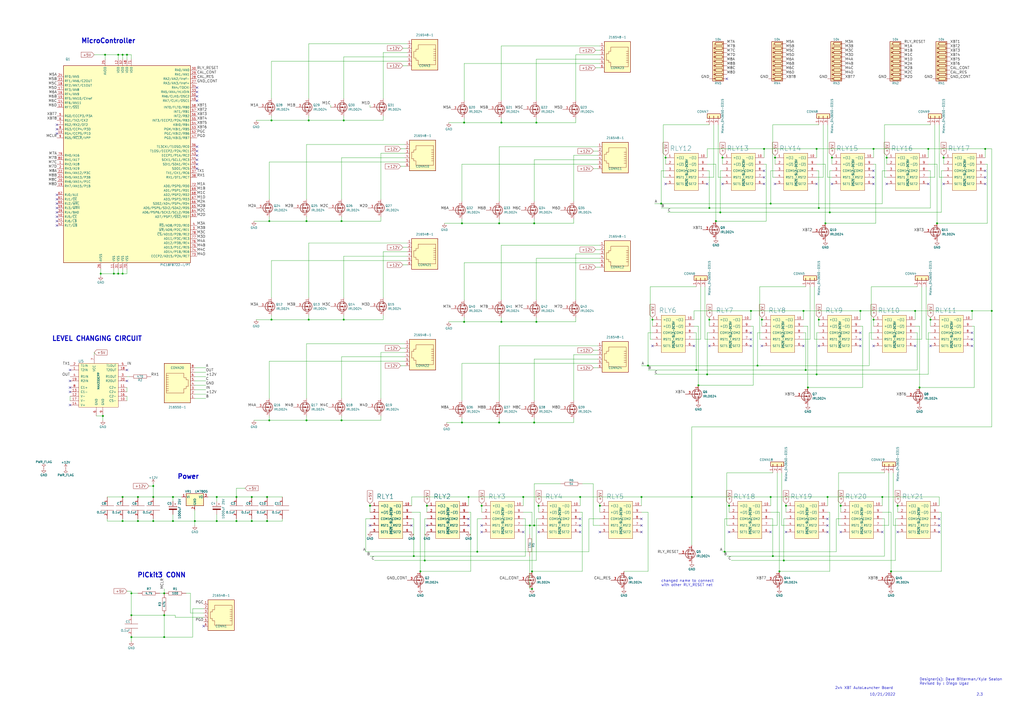
<source format=kicad_sch>
(kicad_sch (version 20211123) (generator eeschema)
  (paper "A2")
  (junction (at 60.96 31.75))
  (junction (at 59.69 241.3))
  (junction (at 240.03 322.58))
  (junction (at 575.31 180.34))
  (junction (at 441.96 185.42))
  (junction (at 243.84 331.47))
  (junction (at 269.24 71.12))
  (junction (at 466.09 180.34))
  (junction (at 154.94 302.26))
  (junction (at 290.83 71.12))
  (junction (at 478.79 129.54))
  (junction (at 516.89 331.47))
  (junction (at 499.11 180.34))
  (junction (at 543.56 129.54))
  (junction (at 71.12 302.26))
  (junction (at 71.12 288.29))
  (junction (at 419.1 91.44))
  (junction (at 95.25 356.87))
  (junction (at 95.25 344.17))
  (junction (at 511.81 288.29))
  (junction (at 179.07 69.85))
  (junction (at 454.66 325.12))
  (junction (at 247.65 293.37))
  (junction (at 246.38 325.12))
  (junction (at 506.73 86.36))
  (junction (at 73.66 31.75))
  (junction (at 309.88 304.8))
  (junction (at 375.92 212.09))
  (junction (at 386.08 91.44))
  (junction (at 474.98 185.42))
  (junction (at 88.9 288.29))
  (junction (at 520.7 293.37))
  (junction (at 539.75 185.42))
  (junction (at 66.04 158.75))
  (junction (at 198.12 243.84))
  (junction (at 410.21 217.17))
  (junction (at 473.71 86.36))
  (junction (at 533.4 224.79))
  (junction (at 405.13 223.52))
  (junction (at 481.33 123.19))
  (junction (at 100.33 302.26))
  (junction (at 452.12 331.47))
  (junction (at 157.48 69.85))
  (junction (at 199.39 185.42))
  (junction (at 267.97 245.11))
  (junction (at 71.12 31.75))
  (junction (at 467.36 214.63))
  (junction (at 88.9 281.94))
  (junction (at 146.05 302.26))
  (junction (at 403.86 214.63))
  (junction (at 311.15 186.69))
  (junction (at 76.2 344.17))
  (junction (at 125.73 288.29))
  (junction (at 290.83 186.69))
  (junction (at 214.63 293.37))
  (junction (at 473.71 217.17))
  (junction (at 95.25 369.57))
  (junction (at 137.16 288.29))
  (junction (at 563.88 180.34))
  (junction (at 198.12 128.27))
  (junction (at 468.63 224.79))
  (junction (at 279.4 293.37))
  (junction (at 455.93 293.37))
  (junction (at 308.61 331.47))
  (junction (at 68.58 31.75))
  (junction (at 482.6 91.44))
  (junction (at 415.29 128.27))
  (junction (at 88.9 302.26))
  (junction (at 137.16 302.26))
  (junction (at 289.56 129.54))
  (junction (at 156.21 128.27))
  (junction (at 420.37 320.04))
  (junction (at 276.86 320.04))
  (junction (at 480.06 288.29))
  (junction (at 378.46 185.42))
  (junction (at 449.58 91.44))
  (junction (at 571.5 86.36))
  (junction (at 267.97 129.54))
  (junction (at 311.15 71.12))
  (junction (at 439.42 212.09))
  (junction (at 177.8 243.84))
  (junction (at 100.33 288.29))
  (junction (at 125.73 302.26))
  (junction (at 58.42 158.75))
  (junction (at 146.05 288.29))
  (junction (at 308.61 341.63))
  (junction (at 514.35 91.44))
  (junction (at 80.01 302.26))
  (junction (at 199.39 69.85))
  (junction (at 547.37 91.44))
  (junction (at 448.31 322.58))
  (junction (at 76.2 356.87))
  (junction (at 157.48 185.42))
  (junction (at 113.03 302.26))
  (junction (at 447.04 288.29))
  (junction (at 68.58 158.75))
  (junction (at 422.91 293.37))
  (junction (at 80.01 288.29))
  (junction (at 372.11 288.29))
  (junction (at 383.54 118.11))
  (junction (at 336.55 288.29))
  (junction (at 538.48 86.36))
  (junction (at 312.42 293.37))
  (junction (at 530.86 180.34))
  (junction (at 447.04 118.11))
  (junction (at 177.8 128.27))
  (junction (at 401.32 288.29))
  (junction (at 443.23 86.36))
  (junction (at 289.56 245.11))
  (junction (at 71.12 158.75))
  (junction (at 487.68 293.37))
  (junction (at 347.98 293.37))
  (junction (at 271.78 288.29))
  (junction (at 269.24 186.69))
  (junction (at 435.61 180.34))
  (junction (at 411.48 185.42))
  (junction (at 309.88 245.11))
  (junction (at 417.83 123.19))
  (junction (at 156.21 243.84))
  (junction (at 307.34 304.8))
  (junction (at 474.98 120.65))
  (junction (at 506.73 185.42))
  (junction (at 309.88 129.54))
  (junction (at 411.48 120.65))
  (junction (at 154.94 288.29))
  (junction (at 303.53 288.29))
  (junction (at 179.07 185.42))
  (junction (at 76.2 369.57))
  (no_connect (at 114.3 55.88))
  (no_connect (at 114.3 50.8))
  (no_connect (at 571.5 99.06))
  (no_connect (at 347.98 308.61))
  (no_connect (at 544.83 308.61))
  (no_connect (at 33.02 118.11))
  (no_connect (at 538.48 106.68))
  (no_connect (at 435.61 200.66))
  (no_connect (at 443.23 102.87))
  (no_connect (at 33.02 77.47))
  (no_connect (at 449.58 106.68))
  (no_connect (at 114.3 92.71))
  (no_connect (at 114.3 95.25))
  (no_connect (at 33.02 130.81))
  (no_connect (at 247.65 304.8))
  (no_connect (at 514.35 106.68))
  (no_connect (at 443.23 99.06))
  (no_connect (at 435.61 193.04))
  (no_connect (at 506.73 106.68))
  (no_connect (at 279.4 308.61))
  (no_connect (at 441.96 200.66))
  (no_connect (at 114.3 58.42))
  (no_connect (at 238.76 304.8))
  (no_connect (at 33.02 120.65))
  (no_connect (at 73.66 214.63))
  (no_connect (at 482.6 106.68))
  (no_connect (at 214.63 304.8))
  (no_connect (at 279.4 304.8))
  (no_connect (at 33.02 113.03))
  (no_connect (at 563.88 196.85))
  (no_connect (at 378.46 200.66))
  (no_connect (at 40.64 220.98))
  (no_connect (at 455.93 308.61))
  (no_connect (at 563.88 200.66))
  (no_connect (at 33.02 123.19))
  (no_connect (at 118.11 363.22))
  (no_connect (at 372.11 300.99))
  (no_connect (at 487.68 308.61))
  (no_connect (at 563.88 193.04))
  (no_connect (at 114.3 87.63))
  (no_connect (at 466.09 200.66))
  (no_connect (at 114.3 53.34))
  (no_connect (at 480.06 304.8))
  (no_connect (at 506.73 200.66))
  (no_connect (at 544.83 304.8))
  (no_connect (at 435.61 196.85))
  (no_connect (at 73.66 220.98))
  (no_connect (at 303.53 308.61))
  (no_connect (at 33.02 115.57))
  (no_connect (at 520.7 308.61))
  (no_connect (at 530.86 200.66))
  (no_connect (at 271.78 304.8))
  (no_connect (at 372.11 308.61))
  (no_connect (at 499.11 200.66))
  (no_connect (at 33.02 72.39))
  (no_connect (at 312.42 308.61))
  (no_connect (at 336.55 304.8))
  (no_connect (at 539.75 200.66))
  (no_connect (at 571.5 106.68))
  (no_connect (at 372.11 304.8))
  (no_connect (at 336.55 300.99))
  (no_connect (at 506.73 99.06))
  (no_connect (at 386.08 106.68))
  (no_connect (at 499.11 196.85))
  (no_connect (at 40.64 227.33))
  (no_connect (at 336.55 308.61))
  (no_connect (at 40.64 214.63))
  (no_connect (at 114.3 90.17))
  (no_connect (at 506.73 102.87))
  (no_connect (at 473.71 106.68))
  (no_connect (at 40.64 234.95))
  (no_connect (at 571.5 102.87))
  (no_connect (at 421.64 45.72))
  (no_connect (at 411.48 200.66))
  (no_connect (at 419.1 106.68))
  (no_connect (at 271.78 300.99))
  (no_connect (at 33.02 125.73))
  (no_connect (at 410.21 106.68))
  (no_connect (at 114.3 85.09))
  (no_connect (at 480.06 300.99))
  (no_connect (at 511.81 308.61))
  (no_connect (at 499.11 193.04))
  (no_connect (at 443.23 106.68))
  (no_connect (at 447.04 308.61))
  (no_connect (at 40.64 224.79))
  (no_connect (at 33.02 74.93))
  (no_connect (at 547.37 106.68))
  (no_connect (at 474.98 200.66))
  (no_connect (at 114.3 97.79))
  (no_connect (at 544.83 300.99))
  (no_connect (at 480.06 308.61))
  (no_connect (at 422.91 308.61))
  (no_connect (at 33.02 128.27))
  (no_connect (at 402.59 200.66))
  (wire (pts (xy 345.44 154.94) (xy 347.98 154.94)))
  (wire (pts (xy 177.8 128.27) (xy 177.8 125.73)))
  (wire (pts (xy 346.71 203.2) (xy 344.17 203.2)))
  (wire (pts (xy 157.48 35.56) (xy 157.48 57.15)))
  (wire (pts (xy 511.81 118.11) (xy 447.04 118.11)))
  (wire (pts (xy 177.8 199.39) (xy 177.8 231.14)))
  (wire (pts (xy 234.95 207.01) (xy 198.12 207.01)))
  (wire (pts (xy 332.74 245.11) (xy 332.74 242.57)))
  (wire (pts (xy 410.21 102.87) (xy 414.02 102.87)))
  (wire (pts (xy 514.35 90.17) (xy 514.35 91.44)))
  (wire (pts (xy 378.46 185.42) (xy 378.46 189.23)))
  (wire (pts (xy 539.75 120.65) (xy 539.75 99.06)))
  (wire (pts (xy 289.56 129.54) (xy 309.88 129.54)))
  (wire (pts (xy 436.88 223.52) (xy 436.88 189.23)))
  (wire (pts (xy 481.33 123.19) (xy 546.1 123.19)))
  (wire (pts (xy 260.35 71.12) (xy 269.24 71.12)))
  (wire (pts (xy 100.33 290.83) (xy 100.33 288.29)))
  (wire (pts (xy 341.63 300.99) (xy 347.98 300.99)))
  (wire (pts (xy 71.12 31.75) (xy 73.66 31.75)))
  (wire (pts (xy 508 129.54) (xy 508 95.25)))
  (wire (pts (xy 547.37 91.44) (xy 547.37 95.25)))
  (wire (pts (xy 468.63 224.79) (xy 500.38 224.79)))
  (wire (pts (xy 269.24 71.12) (xy 269.24 68.58)))
  (wire (pts (xy 220.98 128.27) (xy 220.98 125.73)))
  (wire (pts (xy 62.23 302.26) (xy 71.12 302.26)))
  (wire (pts (xy 444.5 95.25) (xy 444.5 128.27)))
  (wire (pts (xy 71.12 31.75) (xy 71.12 34.29)))
  (wire (pts (xy 346.71 87.63) (xy 344.17 87.63)))
  (wire (pts (xy 154.94 288.29) (xy 163.83 288.29)))
  (wire (pts (xy 448.31 322.58) (xy 513.08 322.58)))
  (wire (pts (xy 334.01 186.69) (xy 334.01 184.15)))
  (wire (pts (xy 267.97 210.82) (xy 267.97 232.41)))
  (wire (pts (xy 386.08 91.44) (xy 386.08 95.25)))
  (wire (pts (xy 538.48 217.17) (xy 538.48 193.04)))
  (wire (pts (xy 247.65 293.37) (xy 247.65 297.18)))
  (wire (pts (xy 499.11 180.34) (xy 499.11 185.42)))
  (wire (pts (xy 544.83 102.87) (xy 544.83 72.39)))
  (wire (pts (xy 307.34 309.88) (xy 307.34 304.8)))
  (wire (pts (xy 539.75 185.42) (xy 539.75 189.23)))
  (wire (pts (xy 110.49 355.6) (xy 118.11 355.6)))
  (wire (pts (xy 448.31 322.58) (xy 448.31 300.99)))
  (wire (pts (xy 384.81 102.87) (xy 384.81 72.39)))
  (wire (pts (xy 386.08 102.87) (xy 384.81 102.87)))
  (wire (pts (xy 375.92 214.63) (xy 403.86 214.63)))
  (wire (pts (xy 516.89 331.47) (xy 546.1 331.47)))
  (wire (pts (xy 304.8 322.58) (xy 304.8 300.99)))
  (wire (pts (xy 565.15 189.23) (xy 563.88 189.23)))
  (wire (pts (xy 311.15 325.12) (xy 311.15 300.99)))
  (wire (pts (xy 474.98 99.06) (xy 473.71 99.06)))
  (wire (pts (xy 571.5 86.36) (xy 575.31 86.36)))
  (wire (pts (xy 520.7 292.1) (xy 520.7 293.37)))
  (wire (pts (xy 199.39 57.15) (xy 199.39 33.02)))
  (wire (pts (xy 234.95 209.55) (xy 156.21 209.55)))
  (wire (pts (xy 346.71 210.82) (xy 267.97 210.82)))
  (wire (pts (xy 198.12 243.84) (xy 220.98 243.84)))
  (wire (pts (xy 447.04 99.06) (xy 447.04 118.11)))
  (wire (pts (xy 473.71 217.17) (xy 473.71 193.04)))
  (wire (pts (xy 386.08 90.17) (xy 386.08 91.44)))
  (wire (pts (xy 344.17 213.36) (xy 346.71 213.36)))
  (wire (pts (xy 236.22 146.05) (xy 222.25 146.05)))
  (wire (pts (xy 71.12 302.26) (xy 80.01 302.26)))
  (wire (pts (xy 71.12 158.75) (xy 73.66 158.75)))
  (wire (pts (xy 402.59 180.34) (xy 435.61 180.34)))
  (wire (pts (xy 309.88 304.8) (xy 309.88 280.67)))
  (wire (pts (xy 415.29 128.27) (xy 444.5 128.27)))
  (wire (pts (xy 58.42 158.75) (xy 66.04 158.75)))
  (wire (pts (xy 513.08 322.58) (xy 513.08 300.99)))
  (wire (pts (xy 95.25 369.57) (xy 111.76 369.57)))
  (wire (pts (xy 62.23 300.99) (xy 62.23 302.26)))
  (wire (pts (xy 410.21 95.25) (xy 415.29 95.25)))
  (wire (pts (xy 505.46 196.85) (xy 505.46 166.37)))
  (wire (pts (xy 240.03 322.58) (xy 240.03 300.99)))
  (wire (pts (xy 543.56 129.54) (xy 572.77 129.54)))
  (wire (pts (xy 290.83 186.69) (xy 311.15 186.69)))
  (wire (pts (xy 234.95 91.44) (xy 198.12 91.44)))
  (wire (pts (xy 59.69 243.84) (xy 59.69 241.3)))
  (wire (pts (xy 473.71 86.36) (xy 506.73 86.36)))
  (wire (pts (xy 378.46 193.04) (xy 375.92 193.04)))
  (wire (pts (xy 514.35 91.44) (xy 514.35 95.25)))
  (wire (pts (xy 405.13 223.52) (xy 405.13 189.23)))
  (wire (pts (xy 546.1 331.47) (xy 546.1 297.18)))
  (wire (pts (xy 422.91 300.99) (xy 420.37 300.99)))
  (wire (pts (xy 346.71 208.28) (xy 309.88 208.28)))
  (wire (pts (xy 467.36 214.63) (xy 532.13 214.63)))
  (wire (pts (xy 311.15 34.29) (xy 311.15 58.42)))
  (wire (pts (xy 214.63 322.58) (xy 240.03 322.58)))
  (wire (pts (xy 347.98 36.83) (xy 269.24 36.83)))
  (wire (pts (xy 515.62 304.8) (xy 515.62 274.32)))
  (wire (pts (xy 236.22 143.51) (xy 233.68 143.51)))
  (wire (pts (xy 113.03 223.52) (xy 119.38 223.52)))
  (wire (pts (xy 199.39 33.02) (xy 236.22 33.02)))
  (wire (pts (xy 408.94 196.85) (xy 408.94 166.37)))
  (wire (pts (xy 519.43 325.12) (xy 519.43 300.99)))
  (wire (pts (xy 246.38 300.99) (xy 247.65 300.99)))
  (wire (pts (xy 214.63 292.1) (xy 214.63 293.37)))
  (wire (pts (xy 236.22 140.97) (xy 179.07 140.97)))
  (wire (pts (xy 472.44 196.85) (xy 474.98 196.85)))
  (wire (pts (xy 565.15 224.79) (xy 565.15 189.23)))
  (wire (pts (xy 257.81 129.54) (xy 267.97 129.54)))
  (wire (pts (xy 575.31 86.36) (xy 575.31 180.34)))
  (wire (pts (xy 347.98 29.21) (xy 345.44 29.21)))
  (wire (pts (xy 71.12 158.75) (xy 71.12 156.21)))
  (wire (pts (xy 309.88 92.71) (xy 309.88 116.84)))
  (wire (pts (xy 514.35 99.06) (xy 511.81 99.06)))
  (wire (pts (xy 447.04 297.18) (xy 452.12 297.18)))
  (wire (pts (xy 234.95 93.98) (xy 156.21 93.98)))
  (wire (pts (xy 236.22 151.13) (xy 157.48 151.13)))
  (wire (pts (xy 88.9 281.94) (xy 88.9 288.29)))
  (wire (pts (xy 137.16 288.29) (xy 146.05 288.29)))
  (wire (pts (xy 513.08 102.87) (xy 513.08 72.39)))
  (wire (pts (xy 236.22 35.56) (xy 157.48 35.56)))
  (wire (pts (xy 420.37 320.04) (xy 419.1 320.04)))
  (wire (pts (xy 422.91 292.1) (xy 422.91 293.37)))
  (wire (pts (xy 76.2 372.11) (xy 76.2 369.57)))
  (wire (pts (xy 76.2 369.57) (xy 95.25 369.57)))
  (wire (pts (xy 414.02 102.87) (xy 414.02 72.39)))
  (wire (pts (xy 439.42 193.04) (xy 439.42 212.09)))
  (wire (pts (xy 214.63 300.99) (xy 212.09 300.99)))
  (wire (pts (xy 474.98 184.15) (xy 474.98 185.42)))
  (wire (pts (xy 478.79 95.25) (xy 478.79 129.54)))
  (wire (pts (xy 347.98 147.32) (xy 334.01 147.32)))
  (wire (pts (xy 157.48 151.13) (xy 157.48 172.72)))
  (wire (pts (xy 361.95 331.47) (xy 375.92 331.47)))
  (wire (pts (xy 271.78 288.29) (xy 271.78 293.37)))
  (wire (pts (xy 100.33 288.29) (xy 105.41 288.29)))
  (wire (pts (xy 547.37 90.17) (xy 547.37 91.44)))
  (wire (pts (xy 341.63 320.04) (xy 341.63 300.99)))
  (wire (pts (xy 410.21 86.36) (xy 443.23 86.36)))
  (wire (pts (xy 290.83 26.67) (xy 290.83 58.42)))
  (wire (pts (xy 530.86 196.85) (xy 534.67 196.85)))
  (wire (pts (xy 468.63 224.79) (xy 468.63 189.23)))
  (wire (pts (xy 403.86 214.63) (xy 403.86 193.04)))
  (wire (pts (xy 308.61 297.18) (xy 308.61 331.47)))
  (wire (pts (xy 480.06 102.87) (xy 480.06 72.39)))
  (wire (pts (xy 113.03 218.44) (xy 119.38 218.44)))
  (wire (pts (xy 71.12 300.99) (xy 71.12 302.26)))
  (wire (pts (xy 450.85 304.8) (xy 450.85 274.32)))
  (wire (pts (xy 236.22 27.94) (xy 233.68 27.94)))
  (wire (pts (xy 198.12 125.73) (xy 198.12 128.27)))
  (wire (pts (xy 246.38 300.99) (xy 246.38 325.12)))
  (wire (pts (xy 279.4 292.1) (xy 279.4 293.37)))
  (wire (pts (xy 179.07 69.85) (xy 179.07 67.31)))
  (wire (pts (xy 289.56 232.41) (xy 289.56 200.66)))
  (wire (pts (xy 443.23 95.25) (xy 444.5 95.25)))
  (wire (pts (xy 538.48 86.36) (xy 538.48 91.44)))
  (wire (pts (xy 486.41 274.32) (xy 513.08 274.32)))
  (wire (pts (xy 344.17 97.79) (xy 346.71 97.79)))
  (wire (pts (xy 467.36 193.04) (xy 466.09 193.04)))
  (wire (pts (xy 311.15 300.99) (xy 312.42 300.99)))
  (wire (pts (xy 563.88 180.34) (xy 563.88 185.42)))
  (wire (pts (xy 440.69 166.37) (xy 467.36 166.37)))
  (wire (pts (xy 88.9 280.67) (xy 88.9 281.94)))
  (wire (pts (xy 157.48 69.85) (xy 179.07 69.85)))
  (wire (pts (xy 40.64 229.87) (xy 40.64 232.41)))
  (wire (pts (xy 332.74 205.74) (xy 332.74 232.41)))
  (wire (pts (xy 487.68 304.8) (xy 486.41 304.8)))
  (wire (pts (xy 530.86 180.34) (xy 563.88 180.34)))
  (wire (pts (xy 214.63 62.23) (xy 214.63 60.96)))
  (wire (pts (xy 347.98 152.4) (xy 269.24 152.4)))
  (wire (pts (xy 179.07 140.97) (xy 179.07 172.72)))
  (wire (pts (xy 375.92 331.47) (xy 375.92 297.18)))
  (wire (pts (xy 68.58 158.75) (xy 68.58 156.21)))
  (wire (pts (xy 416.56 102.87) (xy 419.1 102.87)))
  (wire (pts (xy 269.24 186.69) (xy 290.83 186.69)))
  (wire (pts (xy 307.34 322.58) (xy 307.34 341.63)))
  (wire (pts (xy 383.54 120.65) (xy 411.48 120.65)))
  (wire (pts (xy 441.96 184.15) (xy 441.96 185.42)))
  (wire (pts (xy 80.01 288.29) (xy 88.9 288.29)))
  (wire (pts (xy 232.41 212.09) (xy 234.95 212.09)))
  (wire (pts (xy 469.9 196.85) (xy 469.9 166.37)))
  (wire (pts (xy 163.83 302.26) (xy 163.83 300.99)))
  (wire (pts (xy 537.21 196.85) (xy 539.75 196.85)))
  (wire (pts (xy 236.22 30.48) (xy 222.25 30.48)))
  (wire (pts (xy 332.74 129.54) (xy 332.74 127)))
  (wire (pts (xy 76.2 31.75) (xy 76.2 34.29)))
  (wire (pts (xy 222.25 30.48) (xy 222.25 57.15)))
  (wire (pts (xy 473.71 193.04) (xy 474.98 193.04)))
  (wire (pts (xy 233.68 38.1) (xy 236.22 38.1)))
  (wire (pts (xy 424.18 325.12) (xy 454.66 325.12)))
  (wire (pts (xy 420.37 300.99) (xy 420.37 320.04)))
  (wire (pts (xy 199.39 185.42) (xy 222.25 185.42)))
  (wire (pts (xy 156.21 243.84) (xy 177.8 243.84)))
  (wire (pts (xy 220.98 115.57) (xy 220.98 88.9)))
  (wire (pts (xy 179.07 69.85) (xy 199.39 69.85)))
  (wire (pts (xy 372.11 288.29) (xy 372.11 293.37)))
  (wire (pts (xy 513.08 300.99) (xy 511.81 300.99)))
  (wire (pts (xy 157.48 185.42) (xy 157.48 182.88)))
  (wire (pts (xy 499.11 180.34) (xy 530.86 180.34)))
  (wire (pts (xy 403.86 214.63) (xy 467.36 214.63)))
  (wire (pts (xy 487.68 292.1) (xy 487.68 293.37)))
  (wire (pts (xy 289.56 245.11) (xy 309.88 245.11)))
  (wire (pts (xy 100.33 298.45) (xy 100.33 302.26)))
  (wire (pts (xy 276.86 300.99) (xy 276.86 320.04)))
  (wire (pts (xy 538.48 95.25) (xy 543.56 95.25)))
  (wire (pts (xy 347.98 292.1) (xy 347.98 293.37)))
  (wire (pts (xy 80.01 302.26) (xy 88.9 302.26)))
  (wire (pts (xy 449.58 90.17) (xy 449.58 91.44)))
  (wire (pts (xy 572.77 129.54) (xy 572.77 95.25)))
  (wire (pts (xy 54.61 31.75) (xy 60.96 31.75)))
  (wire (pts (xy 506.73 86.36) (xy 506.73 91.44)))
  (wire (pts (xy 289.56 85.09) (xy 289.56 116.84)))
  (wire (pts (xy 447.04 288.29) (xy 480.06 288.29)))
  (wire (pts (xy 520.7 293.37) (xy 520.7 297.18)))
  (wire (pts (xy 410.21 91.44) (xy 410.21 86.36)))
  (wire (pts (xy 487.68 300.99) (xy 485.14 300.99)))
  (wire (pts (xy 411.48 184.15) (xy 411.48 185.42)))
  (wire (pts (xy 54.61 205.74) (xy 54.61 204.47)))
  (wire (pts (xy 307.34 304.8) (xy 309.88 304.8)))
  (wire (pts (xy 68.58 31.75) (xy 71.12 31.75)))
  (wire (pts (xy 113.03 213.36) (xy 119.38 213.36)))
  (wire (pts (xy 534.67 196.85) (xy 534.67 166.37)))
  (wire (pts (xy 309.88 129.54) (xy 332.74 129.54)))
  (wire (pts (xy 455.93 292.1) (xy 455.93 293.37)))
  (wire (pts (xy 212.09 300.99) (xy 212.09 320.04)))
  (wire (pts (xy 347.98 304.8) (xy 344.17 304.8)))
  (wire (pts (xy 68.58 31.75) (xy 68.58 34.29)))
  (wire (pts (xy 481.33 99.06) (xy 482.6 99.06)))
  (wire (pts (xy 234.95 86.36) (xy 232.41 86.36)))
  (wire (pts (xy 383.54 99.06) (xy 383.54 118.11)))
  (wire (pts (xy 410.21 193.04) (xy 411.48 193.04)))
  (wire (pts (xy 66.04 158.75) (xy 68.58 158.75)))
  (wire (pts (xy 447.04 293.37) (xy 447.04 288.29)))
  (wire (pts (xy 383.54 118.11) (xy 379.73 118.11)))
  (wire (pts (xy 511.81 99.06) (xy 511.81 118.11)))
  (wire (pts (xy 480.06 288.29) (xy 511.81 288.29)))
  (wire (pts (xy 308.61 331.47) (xy 337.82 331.47)))
  (wire (pts (xy 191.77 62.23) (xy 191.77 60.96)))
  (wire (pts (xy 246.38 325.12) (xy 311.15 325.12)))
  (wire (pts (xy 269.24 36.83) (xy 269.24 58.42)))
  (wire (pts (xy 238.76 297.18) (xy 243.84 297.18)))
  (wire (pts (xy 156.21 243.84) (xy 156.21 241.3)))
  (wire (pts (xy 473.71 86.36) (xy 473.71 91.44)))
  (wire (pts (xy 113.03 228.6) (xy 119.38 228.6)))
  (wire (pts (xy 447.04 304.8) (xy 450.85 304.8)))
  (wire (pts (xy 416.56 102.87) (xy 416.56 72.39)))
  (wire (pts (xy 148.59 69.85) (xy 157.48 69.85)))
  (wire (pts (xy 533.4 224.79) (xy 565.15 224.79)))
  (wire (pts (xy 405.13 223.52) (xy 436.88 223.52)))
  (wire (pts (xy 113.03 220.98) (xy 119.38 220.98)))
  (wire (pts (xy 375.92 297.18) (xy 372.11 297.18)))
  (wire (pts (xy 519.43 300.99) (xy 520.7 300.99)))
  (wire (pts (xy 347.98 34.29) (xy 311.15 34.29)))
  (wire (pts (xy 198.12 207.01) (xy 198.12 231.14)))
  (wire (pts (xy 217.17 325.12) (xy 246.38 325.12)))
  (wire (pts (xy 233.68 153.67) (xy 236.22 153.67)))
  (wire (pts (xy 146.05 300.99) (xy 146.05 302.26)))
  (wire (pts (xy 421.64 274.32) (xy 448.31 274.32)))
  (wire (pts (xy 411.48 185.42) (xy 411.48 189.23)))
  (wire (pts (xy 401.32 288.29) (xy 447.04 288.29)))
  (wire (pts (xy 474.98 120.65) (xy 539.75 120.65)))
  (wire (pts (xy 344.17 280.67) (xy 337.82 280.67)))
  (wire (pts (xy 466.09 180.34) (xy 466.09 185.42)))
  (wire (pts (xy 473.71 217.17) (xy 538.48 217.17)))
  (wire (pts (xy 146.05 288.29) (xy 154.94 288.29)))
  (wire (pts (xy 539.75 184.15) (xy 539.75 185.42)))
  (wire (pts (xy 480.06 288.29) (xy 480.06 293.37)))
  (wire (pts (xy 290.83 71.12) (xy 290.83 68.58)))
  (wire (pts (xy 232.41 201.93) (xy 234.95 201.93)))
  (wire (pts (xy 125.73 288.29) (xy 137.16 288.29)))
  (wire (pts (xy 60.96 31.75) (xy 68.58 31.75)))
  (wire (pts (xy 411.48 120.65) (xy 474.98 120.65)))
  (wire (pts (xy 401.32 288.29) (xy 401.32 316.23)))
  (wire (pts (xy 421.64 304.8) (xy 421.64 274.32)))
  (wire (pts (xy 439.42 212.09) (xy 375.92 212.09)))
  (wire (pts (xy 214.63 293.37) (xy 214.63 297.18)))
  (wire (pts (xy 236.22 25.4) (xy 179.07 25.4)))
  (wire (pts (xy 271.78 288.29) (xy 303.53 288.29)))
  (wire (pts (xy 500.38 189.23) (xy 499.11 189.23)))
  (wire (pts (xy 452.12 297.18) (xy 452.12 331.47)))
  (wire (pts (xy 449.58 99.06) (xy 447.04 99.06)))
  (wire (pts (xy 448.31 102.87) (xy 448.31 72.39)))
  (wire (pts (xy 544.83 288.29) (xy 544.83 293.37)))
  (wire (pts (xy 347.98 293.37) (xy 347.98 297.18)))
  (wire (pts (xy 505.46 166.37) (xy 532.13 166.37)))
  (wire (pts (xy 73.66 31.75) (xy 76.2 31.75)))
  (wire (pts (xy 154.94 300.99) (xy 154.94 302.26)))
  (wire (pts (xy 513.08 72.39) (xy 539.75 72.39)))
  (wire (pts (xy 481.33 297.18) (xy 480.06 297.18)))
  (wire (pts (xy 346.71 92.71) (xy 309.88 92.71)))
  (wire (pts (xy 62.23 288.29) (xy 71.12 288.29)))
  (wire (pts (xy 504.19 212.09) (xy 439.42 212.09)))
  (wire (pts (xy 289.56 242.57) (xy 289.56 245.11)))
  (wire (pts (xy 240.03 300.99) (xy 238.76 300.99)))
  (wire (pts (xy 441.96 193.04) (xy 439.42 193.04)))
  (wire (pts (xy 337.82 331.47) (xy 337.82 297.18)))
  (wire (pts (xy 66.04 156.21) (xy 66.04 158.75)))
  (wire (pts (xy 311.15 68.58) (xy 311.15 71.12)))
  (wire (pts (xy 346.71 95.25) (xy 267.97 95.25)))
  (wire (pts (xy 76.2 344.17) (xy 76.2 356.87)))
  (wire (pts (xy 435.61 180.34) (xy 435.61 185.42)))
  (wire (pts (xy 533.4 189.23) (xy 530.86 189.23)))
  (wire (pts (xy 347.98 26.67) (xy 290.83 26.67)))
  (wire (pts (xy 101.6 358.14) (xy 118.11 358.14)))
  (wire (pts (xy 474.98 185.42) (xy 474.98 189.23)))
  (wire (pts (xy 177.8 243.84) (xy 177.8 241.3)))
  (wire (pts (xy 518.16 304.8) (xy 520.7 304.8)))
  (wire (pts (xy 86.36 281.94) (xy 88.9 281.94)))
  (wire (pts (xy 311.15 184.15) (xy 311.15 186.69)))
  (wire (pts (xy 179.07 185.42) (xy 199.39 185.42)))
  (wire (pts (xy 148.59 185.42) (xy 157.48 185.42)))
  (wire (pts (xy 516.89 331.47) (xy 516.89 297.18)))
  (wire (pts (xy 311.15 71.12) (xy 334.01 71.12)))
  (wire (pts (xy 311.15 173.99) (xy 311.15 149.86)))
  (wire (pts (xy 312.42 293.37) (xy 312.42 297.18)))
  (wire (pts (xy 58.42 156.21) (xy 58.42 158.75)))
  (wire (pts (xy 113.03 215.9) (xy 119.38 215.9)))
  (wire (pts (xy 410.21 217.17) (xy 473.71 217.17)))
  (wire (pts (xy 410.21 217.17) (xy 410.21 193.04)))
  (wire (pts (xy 478.79 129.54) (xy 508 129.54)))
  (wire (pts (xy 482.6 91.44) (xy 482.6 95.25)))
  (wire (pts (xy 110.49 355.6) (xy 110.49 344.17)))
  (wire (pts (xy 125.73 290.83) (xy 125.73 288.29)))
  (wire (pts (xy 402.59 185.42) (xy 402.59 180.34)))
  (wire (pts (xy 511.81 288.29) (xy 544.83 288.29)))
  (wire (pts (xy 312.42 292.1) (xy 312.42 293.37)))
  (wire (pts (xy 73.66 218.44) (xy 74.93 218.44)))
  (wire (pts (xy 375.92 193.04) (xy 375.92 212.09)))
  (wire (pts (xy 58.42 158.75) (xy 58.42 160.02)))
  (wire (pts (xy 405.13 189.23) (xy 402.59 189.23)))
  (wire (pts (xy 260.35 186.69) (xy 269.24 186.69)))
  (wire (pts (xy 575.31 247.65) (xy 401.32 247.65)))
  (wire (pts (xy 234.95 204.47) (xy 220.98 204.47)))
  (wire (pts (xy 303.53 297.18) (xy 308.61 297.18)))
  (wire (pts (xy 417.83 99.06) (xy 419.1 99.06)))
  (wire (pts (xy 544.83 102.87) (xy 547.37 102.87)))
  (wire (pts (xy 68.58 158.75) (xy 71.12 158.75)))
  (wire (pts (xy 267.97 95.25) (xy 267.97 116.84)))
  (wire (pts (xy 220.98 204.47) (xy 220.98 231.14)))
  (wire (pts (xy 346.71 205.74) (xy 332.74 205.74)))
  (wire (pts (xy 311.15 149.86) (xy 347.98 149.86)))
  (wire (pts (xy 269.24 186.69) (xy 269.24 184.15)))
  (wire (pts (xy 402.59 196.85) (xy 406.4 196.85)))
  (wire (pts (xy 156.21 128.27) (xy 177.8 128.27)))
  (wire (pts (xy 336.55 288.29) (xy 372.11 288.29)))
  (wire (pts (xy 504.19 193.04) (xy 504.19 212.09)))
  (wire (pts (xy 269.24 71.12) (xy 290.83 71.12)))
  (wire (pts (xy 273.05 297.18) (xy 271.78 297.18)))
  (wire (pts (xy 59.69 241.3) (xy 55.88 241.3)))
  (wire (pts (xy 472.44 196.85) (xy 472.44 166.37)))
  (wire (pts (xy 572.77 95.25) (xy 571.5 95.25)))
  (wire (pts (xy 454.66 325.12) (xy 519.43 325.12)))
  (wire (pts (xy 485.14 320.04) (xy 420.37 320.04)))
  (wire (pts (xy 406.4 196.85) (xy 406.4 166.37)))
  (wire (pts (xy 273.05 331.47) (xy 273.05 297.18)))
  (wire (pts (xy 156.21 93.98) (xy 156.21 115.57)))
  (wire (pts (xy 379.73 217.17) (xy 410.21 217.17)))
  (wire (pts (xy 415.29 95.25) (xy 415.29 128.27)))
  (wire (pts (xy 481.33 99.06) (xy 481.33 123.19)))
  (wire (pts (xy 137.16 283.21) (xy 142.24 283.21)))
  (wire (pts (xy 157.48 69.85) (xy 157.48 67.31)))
  (wire (pts (xy 378.46 196.85) (xy 377.19 196.85)))
  (wire (pts (xy 125.73 298.45) (xy 125.73 302.26)))
  (wire (pts (xy 222.25 146.05) (xy 222.25 172.72)))
  (wire (pts (xy 95.25 344.17) (xy 95.25 341.63)))
  (wire (pts (xy 73.66 224.79) (xy 73.66 227.33)))
  (wire (pts (xy 279.4 293.37) (xy 279.4 297.18)))
  (wire (pts (xy 539.75 99.06) (xy 538.48 99.06)))
  (wire (pts (xy 454.66 300.99) (xy 454.66 325.12)))
  (wire (pts (xy 309.88 280.67) (xy 325.12 280.67)))
  (wire (pts (xy 88.9 302.26) (xy 100.33 302.26)))
  (wire (pts (xy 125.73 302.26) (xy 137.16 302.26)))
  (wire (pts (xy 455.93 293.37) (xy 455.93 297.18)))
  (wire (pts (xy 347.98 142.24) (xy 290.83 142.24)))
  (wire (pts (xy 110.49 344.17) (xy 107.95 344.17)))
  (wire (pts (xy 443.23 86.36) (xy 443.23 91.44)))
  (wire (pts (xy 477.52 102.87) (xy 477.52 72.39)))
  (wire (pts (xy 222.25 69.85) (xy 222.25 67.31)))
  (wire (pts (xy 473.71 102.87) (xy 477.52 102.87)))
  (wire (pts (xy 309.88 208.28) (xy 309.88 232.41)))
  (wire (pts (xy 247.65 292.1) (xy 247.65 293.37)))
  (wire (pts (xy 147.32 128.27) (xy 156.21 128.27)))
  (wire (pts (xy 198.12 241.3) (xy 198.12 243.84)))
  (wire (pts (xy 546.1 297.18) (xy 544.83 297.18)))
  (wire (pts (xy 303.53 288.29) (xy 336.55 288.29)))
  (wire (pts (xy 542.29 102.87) (xy 542.29 72.39)))
  (wire (pts (xy 113.03 295.91) (xy 113.03 302.26)))
  (wire (pts (xy 279.4 300.99) (xy 276.86 300.99)))
  (wire (pts (xy 101.6 356.87) (xy 101.6 358.14)))
  (wire (pts (xy 454.66 300.99) (xy 455.93 300.99)))
  (wire (pts (xy 259.08 245.11) (xy 267.97 245.11)))
  (wire (pts (xy 506.73 193.04) (xy 504.19 193.04)))
  (wire (pts (xy 411.48 99.06) (xy 410.21 99.06)))
  (wire (pts (xy 267.97 242.57) (xy 267.97 245.11)))
  (wire (pts (xy 100.33 302.26) (xy 113.03 302.26)))
  (wire (pts (xy 441.96 185.42) (xy 441.96 189.23)))
  (wire (pts (xy 543.56 95.25) (xy 543.56 129.54)))
  (wire (pts (xy 466.09 196.85) (xy 469.9 196.85)))
  (wire (pts (xy 234.95 83.82) (xy 177.8 83.82)))
  (wire (pts (xy 179.07 185.42) (xy 179.07 182.88)))
  (wire (pts (xy 443.23 86.36) (xy 473.71 86.36)))
  (wire (pts (xy 238.76 293.37) (xy 238.76 288.29)))
  (wire (pts (xy 372.11 288.29) (xy 401.32 288.29)))
  (wire (pts (xy 92.71 344.17) (xy 95.25 344.17)))
  (wire (pts (xy 334.01 58.42) (xy 334.01 31.75)))
  (wire (pts (xy 384.81 72.39) (xy 411.48 72.39)))
  (wire (pts (xy 346.71 85.09) (xy 289.56 85.09)))
  (wire (pts (xy 546.1 99.06) (xy 547.37 99.06)))
  (wire (pts (xy 448.31 72.39) (xy 474.98 72.39)))
  (wire (pts (xy 88.9 288.29) (xy 100.33 288.29)))
  (wire (pts (xy 441.96 196.85) (xy 440.69 196.85)))
  (wire (pts (xy 334.01 71.12) (xy 334.01 68.58)))
  (wire (pts (xy 156.21 209.55) (xy 156.21 231.14)))
  (wire (pts (xy 76.2 344.17) (xy 80.01 344.17)))
  (wire (pts (xy 76.2 356.87) (xy 95.25 356.87)))
  (wire (pts (xy 73.66 342.9) (xy 76.2 342.9)))
  (wire (pts (xy 198.12 91.44) (xy 198.12 115.57)))
  (wire (pts (xy 199.39 69.85) (xy 222.25 69.85)))
  (wire (pts (xy 440.69 196.85) (xy 440.69 166.37)))
  (wire (pts (xy 154.94 302.26) (xy 163.83 302.26)))
  (wire (pts (xy 334.01 31.75) (xy 347.98 31.75)))
  (wire (pts (xy 137.16 300.99) (xy 137.16 302.26)))
  (wire (pts (xy 344.17 304.8) (xy 344.17 280.67)))
  (wire (pts (xy 449.58 102.87) (xy 448.31 102.87)))
  (wire (pts (xy 243.84 331.47) (xy 273.05 331.47)))
  (wire (pts (xy 289.56 129.54) (xy 289.56 127)))
  (wire (pts (xy 511.81 288.29) (xy 511.81 293.37)))
  (wire (pts (xy 511.81 304.8) (xy 515.62 304.8)))
  (wire (pts (xy 304.8 300.99) (xy 303.53 300.99)))
  (wire (pts (xy 334.01 147.32) (xy 334.01 173.99)))
  (wire (pts (xy 336.55 288.29) (xy 336.55 293.37)))
  (wire (pts (xy 473.71 95.25) (xy 478.79 95.25)))
  (wire (pts (xy 537.21 196.85) (xy 537.21 166.37)))
  (wire (pts (xy 474.98 120.65) (xy 474.98 99.06)))
  (wire (pts (xy 120.65 288.29) (xy 125.73 288.29)))
  (wire (pts (xy 419.1 90.17) (xy 419.1 91.44)))
  (wire (pts (xy 401.32 247.65) (xy 401.32 288.29)))
  (wire (pts (xy 307.34 341.63) (xy 308.61 341.63)))
  (wire (pts (xy 267.97 245.11) (xy 289.56 245.11)))
  (wire (pts (xy 111.76 353.06) (xy 118.11 353.06)))
  (wire (pts (xy 403.86 193.04) (xy 402.59 193.04)))
  (wire (pts (xy 199.39 182.88) (xy 199.39 185.42)))
  (wire (pts (xy 236.22 148.59) (xy 199.39 148.59)))
  (wire (pts (xy 448.31 300.99) (xy 447.04 300.99)))
  (wire (pts (xy 518.16 304.8) (xy 518.16 274.32)))
  (wire (pts (xy 309.88 245.11) (xy 332.74 245.11)))
  (wire (pts (xy 481.33 331.47) (xy 481.33 297.18)))
  (wire (pts (xy 303.53 304.8) (xy 307.34 304.8)))
  (wire (pts (xy 113.03 226.06) (xy 119.38 226.06)))
  (wire (pts (xy 506.73 185.42) (xy 506.73 189.23)))
  (wire (pts (xy 546.1 123.19) (xy 546.1 99.06)))
  (wire (pts (xy 532.13 193.04) (xy 530.86 193.04)))
  (wire (pts (xy 506.73 184.15) (xy 506.73 185.42)))
  (wire (pts (xy 95.25 356.87) (xy 101.6 356.87)))
  (wire (pts (xy 532.13 214.63) (xy 532.13 193.04)))
  (wire (pts (xy 289.56 200.66) (xy 346.71 200.66)))
  (wire (pts (xy 377.19 196.85) (xy 377.19 166.37)))
  (wire (pts (xy 177.8 243.84) (xy 198.12 243.84)))
  (wire (pts (xy 243.84 297.18) (xy 243.84 331.47)))
  (wire (pts (xy 453.39 304.8) (xy 453.39 274.32)))
  (wire (pts (xy 309.88 304.8) (xy 312.42 304.8)))
  (wire (pts (xy 232.41 96.52) (xy 234.95 96.52)))
  (wire (pts (xy 466.09 180.34) (xy 499.11 180.34)))
  (wire (pts (xy 375.92 212.09) (xy 372.11 212.09)))
  (wire (pts (xy 199.39 67.31) (xy 199.39 69.85)))
  (wire (pts (xy 506.73 196.85) (xy 505.46 196.85)))
  (wire (pts (xy 345.44 39.37) (xy 347.98 39.37)))
  (wire (pts (xy 411.48 99.06) (xy 411.48 120.65)))
  (wire (pts (xy 500.38 224.79) (xy 500.38 189.23)))
  (wire (pts (xy 387.35 123.19) (xy 417.83 123.19)))
  (wire (pts (xy 80.01 300.99) (xy 80.01 302.26)))
  (wire (pts (xy 538.48 193.04) (xy 539.75 193.04)))
  (wire (pts (xy 76.2 342.9) (xy 76.2 344.17)))
  (wire (pts (xy 337.82 297.18) (xy 336.55 297.18)))
  (wire (pts (xy 156.21 128.27) (xy 156.21 125.73)))
  (wire (pts (xy 482.6 90.17) (xy 482.6 91.44)))
  (wire (pts (xy 212.09 320.04) (xy 276.86 320.04)))
  (wire (pts (xy 449.58 91.44) (xy 449.58 95.25)))
  (wire (pts (xy 276.86 320.04) (xy 341.63 320.04)))
  (wire (pts (xy 113.03 231.14) (xy 119.38 231.14)))
  (wire (pts (xy 378.46 184.15) (xy 378.46 185.42)))
  (wire (pts (xy 421.64 322.58) (xy 448.31 322.58)))
  (wire (pts (xy 422.91 304.8) (xy 421.64 304.8)))
  (wire (pts (xy 309.88 127) (xy 309.88 129.54)))
  (wire (pts (xy 137.16 283.21) (xy 137.16 288.29)))
  (wire (pts (xy 538.48 102.87) (xy 542.29 102.87)))
  (wire (pts (xy 177.8 128.27) (xy 198.12 128.27)))
  (wire (pts (xy 419.1 91.44) (xy 419.1 95.25)))
  (wire (pts (xy 220.98 88.9) (xy 234.95 88.9)))
  (wire (pts (xy 480.06 102.87) (xy 482.6 102.87)))
  (wire (pts (xy 332.74 90.17) (xy 332.74 116.84)))
  (wire (pts (xy 533.4 224.79) (xy 533.4 189.23)))
  (wire (pts (xy 290.83 71.12) (xy 311.15 71.12)))
  (wire (pts (xy 311.15 186.69) (xy 334.01 186.69)))
  (wire (pts (xy 290.83 142.24) (xy 290.83 173.99)))
  (wire (pts (xy 377.19 166.37) (xy 403.86 166.37)))
  (wire (pts (xy 73.66 31.75) (xy 73.66 34.29)))
  (wire (pts (xy 347.98 144.78) (xy 345.44 144.78)))
  (wire (pts (xy 71.12 288.29) (xy 80.01 288.29)))
  (wire (pts (xy 199.39 148.59) (xy 199.39 172.72)))
  (wire (pts (xy 417.83 99.06) (xy 417.83 123.19)))
  (wire (pts (xy 290.83 186.69) (xy 290.83 184.15)))
  (wire (pts (xy 485.14 300.99) (xy 485.14 320.04)))
  (wire (pts (xy 198.12 128.27) (xy 220.98 128.27)))
  (wire (pts (xy 516.89 297.18) (xy 511.81 297.18)))
  (wire (pts (xy 234.95 199.39) (xy 177.8 199.39)))
  (wire (pts (xy 468.63 189.23) (xy 466.09 189.23)))
  (wire (pts (xy 467.36 214.63) (xy 467.36 193.04)))
  (wire (pts (xy 157.48 185.42) (xy 179.07 185.42)))
  (wire (pts (xy 113.03 302.26) (xy 125.73 302.26)))
  (wire (pts (xy 436.88 189.23) (xy 435.61 189.23)))
  (wire (pts (xy 435.61 180.34) (xy 466.09 180.34)))
  (wire (pts (xy 575.31 180.34) (xy 575.31 247.65)))
  (wire (pts (xy 220.98 243.84) (xy 220.98 241.3)))
  (wire (pts (xy 447.04 118.11) (xy 383.54 118.11)))
  (wire (pts (xy 303.53 288.29) (xy 303.53 293.37)))
  (wire (pts (xy 417.83 123.19) (xy 481.33 123.19)))
  (wire (pts (xy 422.91 293.37) (xy 422.91 297.18)))
  (wire (pts (xy 538.48 86.36) (xy 571.5 86.36)))
  (wire (pts (xy 179.07 25.4) (xy 179.07 57.15)))
  (wire (pts (xy 452.12 331.47) (xy 481.33 331.47)))
  (wire (pts (xy 309.88 242.57) (xy 309.88 245.11)))
  (wire (pts (xy 269.24 152.4) (xy 269.24 173.99)))
  (wire (pts (xy 386.08 99.06) (xy 383.54 99.06)))
  (wire (pts (xy 147.32 243.84) (xy 156.21 243.84)))
  (wire (pts (xy 88.9 300.99) (xy 88.9 302.26)))
  (wire (pts (xy 508 95.25) (xy 506.73 95.25)))
  (wire (pts (xy 530.86 180.34) (xy 530.86 185.42)))
  (wire (pts (xy 346.71 90.17) (xy 332.74 90.17)))
  (wire (pts (xy 563.88 180.34) (xy 575.31 180.34)))
  (wire (pts (xy 95.25 356.87) (xy 95.25 369.57)))
  (wire (pts (xy 240.03 322.58) (xy 304.8 322.58)))
  (wire (pts (xy 487.68 293.37) (xy 487.68 297.18)))
  (wire (pts (xy 506.73 86.36) (xy 538.48 86.36)))
  (wire (pts (xy 514.35 102.87) (xy 513.08 102.87)))
  (wire (pts (xy 137.16 302.26) (xy 146.05 302.26)))
  (wire (pts (xy 111.76 369.57) (xy 111.76 353.06)))
  (wire (pts (xy 73.66 158.75) (xy 73.66 156.21)))
  (wire (pts (xy 453.39 304.8) (xy 455.93 304.8)))
  (wire (pts (xy 571.5 86.36) (xy 571.5 91.44)))
  (wire (pts (xy 73.66 229.87) (xy 73.66 232.41)))
  (wire (pts (xy 177.8 83.82) (xy 177.8 115.57)))
  (wire (pts (xy 267.97 129.54) (xy 289.56 129.54)))
  (wire (pts (xy 146.05 302.26) (xy 154.94 302.26)))
  (wire (pts (xy 222.25 185.42) (xy 222.25 182.88)))
  (wire (pts (xy 267.97 129.54) (xy 267.97 127)))
  (wire (pts (xy 113.03 302.26) (xy 113.03 304.8)))
  (wire (pts (xy 486.41 304.8) (xy 486.41 274.32)))
  (wire (pts (xy 60.96 31.75) (xy 60.96 34.29)))
  (wire (pts (xy 238.76 288.29) (xy 271.78 288.29)))
  (wire (pts (xy 408.94 196.85) (xy 411.48 196.85)))
  (text "2.3\n" (at 570.23 403.86 180) (effects (font (size 1.524 1.524)) (justify right bottom)))
  (text "Power" (at 115.57 278.13 180) (effects (font (size 2.7178 2.7178) (thickness 0.5436) bold) (justify right bottom)))
  (text "changed name to connect\nwith other RLY_RESET net" (at 383.54 340.36 0) (effects (font (size 1.524 1.524)) (justify left bottom)))
  (text "MicroController" (at 78.74 25.4 180) (effects (font (size 2.7178 2.7178) (thickness 0.5436) bold) (justify right bottom)))
  (text "2x4 XBT AutoLauncher Board" (at 518.16 400.05 180) (effects (font (size 1.524 1.524)) (justify right bottom)))
  (text "10/21/2022\n" (at 519.43 403.86 180) (effects (font (size 1.524 1.524)) (justify right bottom)))
  (text "PICkit3 CONN" (at 107.95 335.28 180) (effects (font (size 2.7178 2.7178) (thickness 0.5436) bold) (justify right bottom)))
  (text "Designer(s): Dave Bitterman/Kyle Seaton\nRevised by : Diego Ugaz" (at 533.4 397.51 0) (effects (font (size 1.524 1.524)) (justify left bottom)))
  (text "LEVEL CHANGING CIRCUIT" (at 82.55 198.12 180) (effects (font (size 2.7178 2.7178) (thickness 0.5436) bold) (justify right bottom)))
  (label "XBT5" (at 114.3 72.39 0) (effects (font (size 1.524 1.524))))
  (label "M1B" (at 171.45 62.23 180) (effects (font (size 1.524 1.524))))
  (label "M1B" (at 114.3 110.49 0) (effects (font (size 1.524 1.524))))
  (label "M7D" (at 421.64 33.02 0) (effects (font (size 1.524 1.524))))
  (label "M8D" (at 325.12 237.49 180) (effects (font (size 1.524 1.524))))
  (label "M3D" (at 214.63 177.8 180) (effects (font (size 1.524 1.524))))
  (label "M4A" (at 490.22 35.56 0) (effects (font (size 1.524 1.524))))
  (label "XBT2" (at 114.3 64.77 0) (effects (font (size 1.524 1.524))))
  (label "GND" (at 480.06 45.72 180) (effects (font (size 1.524 1.524))))
  (label "M1D" (at 114.3 115.57 0) (effects (font (size 1.524 1.524))))
  (label "M8C" (at 33.02 105.41 180) (effects (font (size 1.524 1.524))))
  (label "XBT1" (at 114.3 62.23 0) (effects (font (size 1.524 1.524))))
  (label "XBT4" (at 114.3 69.85 0) (effects (font (size 1.524 1.524))))
  (label "M3A" (at 149.86 177.8 180) (effects (font (size 1.524 1.524))))
  (label "M2D" (at 213.36 120.65 180) (effects (font (size 1.524 1.524))))
  (label "M8B" (at 281.94 237.49 180) (effects (font (size 1.524 1.524))))
  (label "XBT7" (at 33.02 67.31 180) (effects (font (size 1.524 1.524))))
  (label "XBT8" (at 33.02 69.85 180) (effects (font (size 1.524 1.524))))
  (label "+12V" (at 119.38 218.44 0) (effects (font (size 1.524 1.524))))
  (label "M6B" (at 455.93 38.1 0) (effects (font (size 1.524 1.524))))
  (label "XBT5" (at 461.01 229.87 180) (effects (font (size 1.524 1.524))))
  (label "M5C" (at 303.53 63.5 180) (effects (font (size 1.524 1.524))))
  (label "M6A" (at 455.93 35.56 0) (effects (font (size 1.524 1.524))))
  (label "XBT8" (at 509.27 336.55 180) (effects (font (size 1.524 1.524))))
  (label "M5A" (at 455.93 25.4 0) (effects (font (size 1.524 1.524))))
  (label "GND_CONT" (at 236.22 336.55 180) (effects (font (size 1.524 1.524))))
  (label "A" (at 419.1 320.04 180) (effects (font (size 1.524 1.524))))
  (label "M1B" (at 524.51 30.48 0) (effects (font (size 1.524 1.524))))
  (label "M5C" (at 455.93 30.48 0) (effects (font (size 1.524 1.524))))
  (label "+12V" (at 119.38 228.6 0) (effects (font (size 1.524 1.524))))
  (label "C" (at 119.38 220.98 0) (effects (font (size 1.524 1.524))))
  (label "IN" (at 73.66 212.09 0) (effects (font (size 1.524 1.524))))
  (label "A" (at 379.73 118.11 0) (effects (font (size 1.524 1.524))))
  (label "CAL_RES" (at 114.3 45.72 0) (effects (font (size 1.524 1.524))))
  (label "XBT6" (at 114.3 74.93 0) (effects (font (size 1.524 1.524))))
  (label "OUT" (at 40.64 218.44 180) (effects (font (size 1.524 1.524))))
  (label "C" (at 217.17 325.12 180) (effects (font (size 1.524 1.524))))
  (label "CAL_RES" (at 551.18 43.18 0) (effects (font (size 1.524 1.524))))
  (label "GND" (at 119.38 223.52 0) (effects (font (size 1.524 1.524))))
  (label "XBT5" (at 551.18 35.56 0) (effects (font (size 1.524 1.524))))
  (label "GND" (at 514.35 45.72 180) (effects (font (size 1.524 1.524))))
  (label "M8D" (at 421.64 43.18 0) (effects (font (size 1.524 1.524))))
  (label "M1C" (at 114.3 113.03 0) (effects (font (size 1.524 1.524))))
  (label "M2A" (at 524.51 38.1 0) (effects (font (size 1.524 1.524))))
  (label "RX1" (at 87.63 218.44 0) (effects (font (size 1.524 1.524))))
  (label "M1C" (at 191.77 60.96 180) (effects (font (size 1.524 1.524))))
  (label "XBT4" (at 551.18 33.02 0) (effects (font (size 1.524 1.524))))
  (label "M5C" (at 33.02 49.53 180) (effects (font (size 1.524 1.524))))
  (label "M5B" (at 455.93 27.94 0) (effects (font (size 1.524 1.524))))
  (label "M4B" (at 170.18 236.22 180) (effects (font (size 1.524 1.524))))
  (label "M8A" (at 421.64 35.56 0) (effects (font (size 1.524 1.524))))
  (label "M6D" (at 455.93 43.18 0) (effects (font (size 1.524 1.524))))
  (label "M2B" (at 524.51 40.64 0) (effects (font (size 1.524 1.524))))
  (label "M3A" (at 490.22 25.4 0) (effects (font (size 1.524 1.524))))
  (label "M7B" (at 33.02 92.71 180) (effects (font (size 1.524 1.524))))
  (label "M5A" (at 261.62 63.5 180) (effects (font (size 1.524 1.524))))
  (label "M6B" (at 33.02 57.15 180) (effects (font (size 1.524 1.524))))
  (label "XBT6" (at 525.78 229.87 180) (effects (font (size 1.524 1.524))))
  (label "M7A" (at 261.62 179.07 180) (effects (font (size 1.524 1.524))))
  (label "PGC" (at 118.11 350.52 180) (effects (font (size 1.524 1.524))))
  (label "XBT7" (at 490.22 45.72 0) (effects (font (size 1.524 1.524))))
  (label "M1A" (at 114.3 107.95 0) (effects (font (size 1.524 1.524))))
  (label "PGD" (at 114.3 80.01 0) (effects (font (size 1.524 1.524))))
  (label "CAL_RES" (at 354.33 336.55 180) (effects (font (size 1.524 1.524))))
  (label "CAL_CONT" (at 551.18 40.64 0) (effects (font (size 1.524 1.524))))
  (label "M6D" (at 33.02 62.23 180) (effects (font (size 1.524 1.524))))
  (label "M8C" (at 302.26 237.49 180) (effects (font (size 1.524 1.524))))
  (label "M4B" (at 114.3 143.51 0) (effects (font (size 1.524 1.524))))
  (label "C" (at 379.73 217.17 0) (effects (font (size 1.524 1.524))))
  (label "M3A" (at 114.3 130.81 0) (effects (font (size 1.524 1.524))))
  (label "M8D" (at 33.02 107.95 180) (effects (font (size 1.524 1.524))))
  (label "M4D" (at 490.22 43.18 0) (effects (font (size 1.524 1.524))))
  (label "M3C" (at 114.3 135.89 0) (effects (font (size 1.524 1.524))))
  (label "M2B" (at 170.18 120.65 180) (effects (font (size 1.524 1.524))))
  (label "M6A" (at 33.02 54.61 180) (effects (font (size 1.524 1.524))))
  (label "GND" (at 541.02 45.72 180) (effects (font (size 1.524 1.524))))
  (label "M8A" (at 33.02 100.33 180) (effects (font (size 1.524 1.524))))
  (label "M7A" (at 33.02 90.17 180) (effects (font (size 1.524 1.524))))
  (label "M3D" (at 490.22 33.02 0) (effects (font (size 1.524 1.524))))
  (label "XBT2" (at 551.18 27.94 0) (effects (font (size 1.524 1.524))))
  (label "M4A" (at 148.59 236.22 180) (effects (font (size 1.524 1.524))))
  (label "M5A" (at 33.02 44.45 180) (effects (font (size 1.524 1.524))))
  (label "M7C" (at 421.64 30.48 0) (effects (font (size 1.524 1.524))))
  (label "M3B" (at 171.45 177.8 180) (effects (font (size 1.524 1.524))))
  (label "RLY_RESET" (at 114.3 40.64 0) (effects (font (size 1.524 1.524))))
  (label "M7D" (at 33.02 97.79 180) (effects (font (size 1.524 1.524))))
  (label "M3C" (at 191.77 177.8 180) (effects (font (size 1.524 1.524))))
  (label "M7D" (at 326.39 179.07 180) (effects (font (size 1.524 1.524))))
  (label "M1D" (at 524.51 35.56 0) (effects (font (size 1.524 1.524))))
  (label "M5D" (at 326.39 63.5 180) (effects (font (size 1.524 1.524))))
  (label "B" (at 383.54 120.65 0) (effects (font (size 1.524 1.524))))
  (label "M6C" (at 33.02 59.69 180) (effects (font (size 1.524 1.524))))
  (label "B" (at 119.38 231.14 0) (effects (font (size 1.524 1.524))))
  (label "M7B" (at 421.64 27.94 0) (effects (font (size 1.524 1.524))))
  (label "TX1" (at 40.64 212.09 180) (effects (font (size 1.524 1.524))))
  (label "M1C" (at 524.51 33.02 0) (effects (font (size 1.524 1.524))))
  (label "M3D" (at 114.3 138.43 0) (effects (font (size 1.524 1.524))))
  (label "XBT6" (at 551.18 38.1 0) (effects (font (size 1.524 1.524))))
  (label "M4C" (at 490.22 40.64 0) (effects (font (size 1.524 1.524))))
  (label "M6C" (at 455.93 40.64 0) (effects (font (size 1.524 1.524))))
  (label "A" (at 372.11 212.09 0) (effects (font (size 1.524 1.524))))
  (label "M5D" (at 455.93 33.02 0) (effects (font (size 1.524 1.524))))
  (label "M5B" (at 33.02 46.99 180) (effects (font (size 1.524 1.524))))
  (label "MCLR" (at 33.02 80.01 180) (effects (font (size 1.524 1.524))))
  (label "M1A" (at 149.86 62.23 180) (effects (font (size 1.524 1.524))))
  (label "M4D" (at 213.36 236.22 180) (effects (font (size 1.524 1.524))))
  (label "M4C" (at 190.5 236.22 180) (effects (font (size 1.524 1.524))))
  (label "M2C" (at 524.51 43.18 0) (effects (font (size 1.524 1.524))))
  (label "M5B" (at 283.21 63.5 180) (effects (font (size 1.524 1.524))))
  (label "M7B" (at 283.21 179.07 180) (effects (font (size 1.524 1.524))))
  (label "M3B" (at 490.22 27.94 0) (effects (font (size 1.524 1.524))))
  (label "M2A" (at 114.3 118.11 0) (effects (font (size 1.524 1.524))))
  (label "M7C" (at 303.53 179.07 180) (effects (font (size 1.524 1.524))))
  (label "M4C" (at 114.3 146.05 0) (effects (font (size 1.524 1.524))))
  (label "M2B" (at 114.3 120.65 0) (effects (font (size 1.524 1.524))))
  (label "PGC" (at 114.3 77.47 0) (effects (font (size 1.524 1.524))))
  (label "XBT1" (at 407.67 133.35 180) (effects (font (size 1.524 1.524))))
  (label "M8B" (at 421.64 38.1 0) (effects (font (size 1.524 1.524))))
  (label "XBT3" (at 535.94 134.62 180) (effects (font (size 1.524 1.524))))
  (label "M1A" (at 524.51 27.94 0) (effects (font (size 1.524 1.524))))
  (label "GND_CONT" (at 114.3 48.26 0) (effects (font (size 1.524 1.524))))
  (label "RX1" (at 114.3 102.87 0) (effects (font (size 1.524 1.524))))
  (label "C" (at 387.35 123.19 0) (effects (font (size 1.524 1.524))))
  (label "B" (at 214.63 322.58 180) (effects (font (size 1.524 1.524))))
  (label "M3C" (at 490.22 30.48 0) (effects (font (size 1.524 1.524))))
  (label "XBT3" (at 114.3 67.31 0) (effects (font (size 1.524 1.524))))
  (label "XBT4" (at 397.51 228.6 180) (effects (font (size 1.524 1.524))))
  (label "M4D" (at 114.3 148.59 0) (effects (font (size 1.524 1.524))))
  (label "XBT8" (at 455.93 45.72 0) (effects (font (size 1.524 1.524))))
  (label "M8B" (at 33.02 102.87 180) (effects (font (size 1.524 1.524))))
  (label "GND" (at 445.77 45.72 180) (effects (font (size 1.524 1.524))))
  (label "M6B" (at 281.94 121.92 180) (effects (font (size 1.524 1.524))))
  (label "XBT7" (at 444.5 336.55 180) (effects (font (size 1.524 1.524))))
  (label "M2C" (at 114.3 123.19 0) (effects (font (size 1.524 1.524))))
  (label "CAL_CONT" (at 114.3 43.18 0) (effects (font (size 1.524 1.524))))
  (label "M1D" (at 214.63 60.96 180) (effects (font (size 1.524 1.524))))
  (label "M5D" (at 33.02 52.07 180) (effects (font (size 1.524 1.524))))
  (label "PGD" (at 118.11 360.68 180) (effects (font (size 1.524 1.524))))
  (label "M6D" (at 325.12 121.92 180) (effects (font (size 1.524 1.524))))
  (label "RLY_RESET" (at 524.51 25.4 0) (effects (font (size 1.524 1.524))))
  (label "MCLR" (at 95.25 341.63 90) (effects (font (size 1.524 1.524))))
  (label "M2D" (at 114.3 125.73 0) (effects (font (size 1.524 1.524))))
  (label "IN" (at 119.38 226.06 0) (effects (font (size 1.524 1.524))))
  (label "RLY_RESET" (at 393.7 321.31 180) (effects (font (size 1.524 1.524))))
  (label "B" (at 421.64 322.58 180) (effects (font (size 1.524 1.524))))
  (label "M3B" (at 114.3 133.35 0) (effects (font (size 1.524 1.524))))
  (label "M2D" (at 524.51 45.72 0) (effects (font (size 1.524 1.524))))
  (label "M7A" (at 421.64 25.4 0) (effects (font (size 1.524 1.524))))
  (label "OUT" (at 119.38 215.9 0) (effects (font (size 1.524 1.524))))
  (label "M2A" (at 148.59 120.65 180) (effects (font (size 1.524 1.524))))
  (label "TX1" (at 114.3 100.33 0) (effects (font (size 1.524 1.524))))
  (label "M6A" (at 260.35 121.92 180) (effects (font (size 1.524 1.524))))
  (label "M8A" (at 260.35 237.49 180) (effects (font (size 1.524 1.524))))
  (label "M4A" (at 114.3 140.97 0) (effects (font (size 1.524 1.524))))
  (label "GND" (at 411.48 45.72 180) (effects (font (size 1.524 1.524))))
  (label "M4B" (at 490.22 38.1 0) (effects (font (size 1.524 1.524))))
  (label "CAL_CONT" (at 300.99 336.55 180) (effects (font (size 1.524 1.524))))
  (label "B" (at 375.92 214.63 0) (effects (font (size 1.524 1.524))))
  (label "M6C" (at 302.26 121.92 180) (effects (font (size 1.524 1.524))))
  (label "M2C" (at 190.5 120.65 180) (effects (font (size 1.524 1.524))))
  (label "GND_CONT" (at 551.18 45.72 0) (effects (font (size 1.524 1.524))))
  (label "M7C" (at 33.02 95.25 180) (effects (font (size 1.524 1.524))))
  (label "XBT3" (at 551.18 30.48 0) (effects (font (size 1.524 1.524))))
  (label "A" (at 119.38 213.36 0) (effects (font (size 1.524 1.524))))
  (label "M8C" (at 421.64 40.64 0) (effects (font (size 1.524 1.524))))
  (label "XBT1" (at 551.18 25.4 0) (effects (font (size 1.524 1.524))))
  (label "XBT2" (at 471.17 134.62 180) (effects (font (size 1.524 1.524))))
  (label "A" (at 212.09 320.04 180) (effects (font (size 1.524 1.524))))
  (label "C" (at 424.18 325.12 180) (effects (font (size 1.524 1.524))))
  (global_label "+5V" (shape input) (at 520.7 292.1 90) (effects (font (size 1.524 1.524))) (property "Intersheet References" "${INTERSHEET_REFS}" (effects hide)))
  (global_label "+12V" (shape input) (at 233.68 143.51 180) (effects (font (size 1.524 1.524))) (property "Intersheet References" "${INTERSHEET_REFS}" (effects hide)))
  (global_label "+5V" (shape input) (at 441.96 184.15 90) (effects (font (size 1.524 1.524))) (property "Intersheet References" "${INTERSHEET_REFS}" (effects hide)))
  (global_label "+12V" (shape input) (at 233.68 38.1 180) (effects (font (size 1.524 1.524))) (property "Intersheet References" "${INTERSHEET_REFS}" (effects hide)))
  (global_label "+12V" (shape input) (at 345.44 29.21 180) (effects (font (size 1.524 1.524))) (property "Intersheet References" "${INTERSHEET_REFS}" (effects hide)))
  (global_label "+12V" (shape input) (at 344.17 203.2 180) (effects (font (size 1.524 1.524))) (property "Intersheet References" "${INTERSHEET_REFS}" (effects hide)))
  (global_label "+5V" (shape input) (at 142.24 283.21 0) (effects (font (size 1.524 1.524))) (property "Intersheet References" "${INTERSHEET_REFS}" (effects hide)))
  (global_label "+5V" (shape input) (at 54.61 31.75 180) (effects (font (size 1.524 1.524))) (property "Intersheet References" "${INTERSHEET_REFS}" (effects hide)))
  (global_label "+12V" (shape input) (at 233.68 27.94 180) (effects (font (size 1.524 1.524))) (property "Intersheet References" "${INTERSHEET_REFS}" (effects hide)))
  (global_label "+5V" (shape input) (at 411.48 184.15 90) (effects (font (size 1.524 1.524))) (property "Intersheet References" "${INTERSHEET_REFS}" (effects hide)))
  (global_label "+5V" (shape input) (at 482.6 90.17 90) (effects (font (size 1.524 1.524))) (property "Intersheet References" "${INTERSHEET_REFS}" (effects hide)))
  (global_label "+5V" (shape input) (at 506.73 184.15 90) (effects (font (size 1.524 1.524))) (property "Intersheet References" "${INTERSHEET_REFS}" (effects hide)))
  (global_label "+12V" (shape input) (at 233.68 153.67 180) (effects (font (size 1.524 1.524))) (property "Intersheet References" "${INTERSHEET_REFS}" (effects hide)))
  (global_label "+12V" (shape input) (at 345.44 154.94 180) (effects (font (size 1.524 1.524))) (property "Intersheet References" "${INTERSHEET_REFS}" (effects hide)))
  (global_label "+12V" (shape input) (at 232.41 212.09 180) (effects (font (size 1.524 1.524))) (property "Intersheet References" "${INTERSHEET_REFS}" (effects hide)))
  (global_label "+5V" (shape input) (at 214.63 292.1 90) (effects (font (size 1.524 1.524))) (property "Intersheet References" "${INTERSHEET_REFS}" (effects hide)))
  (global_label "+12V" (shape input) (at 345.44 39.37 180) (effects (font (size 1.524 1.524))) (property "Intersheet References" "${INTERSHEET_REFS}" (effects hide)))
  (global_label "+5V" (shape input) (at 514.35 90.17 90) (effects (font (size 1.524 1.524))) (property "Intersheet References" "${INTERSHEET_REFS}" (effects hide)))
  (global_label "+12V" (shape input) (at 345.44 144.78 180) (effects (font (size 1.524 1.524))) (property "Intersheet References" "${INTERSHEET_REFS}" (effects hide)))
  (global_label "+5V" (shape input) (at 386.08 90.17 90) (effects (font (size 1.524 1.524))) (property "Intersheet References" "${INTERSHEET_REFS}" (effects hide)))
  (global_label "+12V" (shape input) (at 344.17 87.63 180) (effects (font (size 1.524 1.524))) (property "Intersheet References" "${INTERSHEET_REFS}" (effects hide)))
  (global_label "+5V" (shape input) (at 474.98 184.15 90) (effects (font (size 1.524 1.524))) (property "Intersheet References" "${INTERSHEET_REFS}" (effects hide)))
  (global_label "+5V" (shape input) (at 73.66 342.9 180) (effects (font (size 1.524 1.524))) (property "Intersheet References" "${INTERSHEET_REFS}" (effects hide)))
  (global_label "+5V" (shape input) (at 347.98 292.1 90) (effects (font (size 1.524 1.524))) (property "Intersheet References" "${INTERSHEET_REFS}" (effects hide)))
  (global_label "+5V" (shape input) (at 539.75 184.15 90) (effects (font (size 1.524 1.524))) (property "Intersheet References" "${INTERSHEET_REFS}" (effects hide)))
  (global_label "+5V" (shape input) (at 547.37 90.17 90) (effects (font (size 1.524 1.524))) (property "Intersheet References" "${INTERSHEET_REFS}" (effects hide)))
  (global_label "+12V" (shape input) (at 232.41 86.36 180) (effects (font (size 1.524 1.524))) (property "Intersheet References" "${INTERSHEET_REFS}" (effects hide)))
  (global_label "+5V" (shape input) (at 455.93 292.1 90) (effects (font (size 1.524 1.524))) (property "Intersheet References" "${INTERSHEET_REFS}" (effects hide)))
  (global_label "+12V" (shape input) (at 232.41 201.93 180) (effects (font (size 1.524 1.524))) (property "Intersheet References" "${INTERSHEET_REFS}" (effects hide)))
  (global_label "+5V" (shape input) (at 54.61 204.47 0) (effects (font (size 1.524 1.524))) (property "Intersheet References" "${INTERSHEET_REFS}" (effects hide)))
  (global_label "+12V" (shape input) (at 86.36 281.94 180) (effects (font (size 1.524 1.524))) (property "Intersheet References" "${INTERSHEET_REFS}" (effects hide)))
  (global_label "+5V" (shape input) (at 279.4 292.1 90) (effects (font (size 1.524 1.524))) (property "Intersheet References" "${INTERSHEET_REFS}" (effects hide)))
  (global_label "+5V" (shape input) (at 419.1 90.17 90) (effects (font (size 1.524 1.524))) (property "Intersheet References" "${INTERSHEET_REFS}" (effects hide)))
  (global_label "+5V" (shape input) (at 449.58 90.17 90) (effects (font (size 1.524 1.524))) (property "Intersheet References" "${INTERSHEET_REFS}" (effects hide)))
  (global_label "+12V" (shape input) (at 344.17 213.36 180) (effects (font (size 1.524 1.524))) (property "Intersheet References" "${INTERSHEET_REFS}" (effects hide)))
  (global_label "+5V" (shape input) (at 422.91 292.1 90) (effects (font (size 1.524 1.524))) (property "Intersheet References" "${INTERSHEET_REFS}" (effects hide)))
  (global_label "+12V" (shape input) (at 232.41 96.52 180) (effects (font (size 1.524 1.524))) (property "Intersheet References" "${INTERSHEET_REFS}" (effects hide)))
  (global_label "+5V" (shape input) (at 487.68 292.1 90) (effects (font (size 1.524 1.524))) (property "Intersheet References" "${INTERSHEET_REFS}" (effects hide)))
  (global_label "+5V" (shape input) (at 312.42 292.1 90) (effects (font (size 1.524 1.524))) (property "Intersheet References" "${INTERSHEET_REFS}" (effects hide)))
  (global_label "+5V" (shape input) (at 378.46 184.15 90) (effects (font (size 1.524 1.524))) (property "Intersheet References" "${INTERSHEET_REFS}" (effects hide)))
  (global_label "+5V" (shape input) (at 247.65 292.1 90) (effects (font (size 1.524 1.524))) (property "Intersheet References" "${INTERSHEET_REFS}" (effects hide)))
  (global_label "+12V" (shape input) (at 344.17 97.79 180) (effects (font (size 1.524 1.524))) (property "Intersheet References" "${INTERSHEET_REFS}" (effects hide)))
  (symbol (lib_id "pspice:R") (at 86.36 344.17 270) (unit 1)
    (property "Reference" "R7" (at 86.36 341.63 90))
    (property "Value" "4.7k" (at 86.36 344.17 90))
    (property "Footprint" "Resistors_THT:R_Axial_DIN0207_L6.3mm_D2.5mm_P10.16mm_Horizontal" (effects hide))
  )
  (symbol (lib_id "pspice:R") (at 101.6 344.17 270) (unit 1)
    (property "Reference" "R1" (at 101.6 341.63 90))
    (property "Value" "100" (at 101.6 344.17 90))
    (property "Footprint" "Resistors_THT:R_Axial_DIN0207_L6.3mm_D2.5mm_P10.16mm_Horizontal" (effects hide))
  )
  (symbol (lib_id "pspice:R") (at 95.25 350.52 0) (unit 1)
    (property "Reference" "R3" (at 92.71 350.52 90))
    (property "Value" "47k" (at 95.25 350.52 90))
    (property "Footprint" "Resistors_THT:R_Axial_DIN0207_L6.3mm_D2.5mm_P10.16mm_Horizontal" (effects hide))
  )
  (symbol (lib_id "AOML_AB_2.2-rescue:CP") (at 100.33 294.64 0) (mirror y) (unit 1)
    (property "Reference" "C5" (at 99.695 292.1 0) (effects (justify left)))
    (property "Value" "1000uF 25V" (at 104.14 300.99 90) (effects (justify left)))
    (property "Footprint" "Capacitors_THT:CP_Axial_L29.0mm_D13.0mm_P35.00mm_Horizontal" (effects hide))
    (property "Datasheet" "https://www.mouser.com/datasheet/2/88/TTA_series-552998.pdf" (effects hide))
    (property "Mouser #" "598-108TTA025M" (effects hide))
    (property "Mfr. #" "108TTA025M" (effects hide))
  )
  (symbol (lib_id "Regulator_Linear:LM7805_TO220") (at 113.03 288.29 0) (unit 1)
    (property "Reference" "VR1" (at 109.22 285.115 0))
    (property "Value" "LM7805" (at 113.03 285.115 0) (effects (justify left)))
    (property "Footprint" "Package_TO_SOT_THT:TO-220-3_Vertical" (effects hide))
    (property "Datasheet" "http://www.onsemi.com/pub/Collateral/MC7800-D.PDF" (effects hide))
    (property "Mouser #" "512-LM7805CT" (effects hide))
    (property "Mfr. #" "LM7805CT" (effects hide))
  )
  (symbol (lib_id "Connector:RJ12") (at 246.38 30.48 180) (unit 1)
    (property "Reference" "CONN3" (at 246.38 38.1 0))
    (property "Value" "216548-1" (at 246.38 20.32 0))
    (property "Footprint" "digikey-footprints-AOML:216548_1_CONN" (effects hide))
    (property "Datasheet" "https://www.mouser.com/datasheet/2/418/7/ENG_CD_216548_J7-2028398.pdf" (effects hide))
    (property "Mouser #" "571-216548-1" (effects hide))
    (property "Mfr. #" "216548-1" (effects hide))
  )
  (symbol (lib_id "Connector:RJ45") (at 102.87 223.52 0) (unit 1)
    (property "Reference" "CONN20" (at 102.87 213.36 0))
    (property "Value" "216550-1" (at 102.87 236.22 0))
    (property "Footprint" "digikey-footprints-AOML:AL_CABLE_CONN" (effects hide))
    (property "Datasheet" "https://www.mouser.com/datasheet/2/418/7/ENG_CD_216550_M3_C_216550_M3-2028505.pdf" (effects hide))
    (property "Mouser #" "571-216550-1" (effects hide))
    (property "Mfr. #" "216550-1" (effects hide))
  )
  (symbol (lib_id "device:Q_NMOS_DGS") (at 330.2 237.49 0) (unit 1)
    (property "Reference" "Q39" (at 335.28 236.22 0) (effects (justify left)))
    (property "Value" "IRLD024" (at 335.28 238.76 0) (effects (justify left)))
    (property "Footprint" "Housings_DIP:DIP-4_W7.62mm" (effects hide))
    (property "Datasheet" "https://www.mouser.com/datasheet/2/427/sihld24-86390.pdf" (effects hide))
    (property "Mouser #" "844-IRLD024PBF" (effects hide))
    (property "Mfr. #" "IRLD024PBF" (effects hide))
  )
  (symbol (lib_id "AOML_AB_2.2-rescue:R_Network09") (at 416.56 35.56 90) (unit 1)
    (property "Reference" "RN5" (at 416.56 48.26 90))
    (property "Value" "10k" (at 416.56 22.86 90))
    (property "Footprint" "Resistors_THT:R_Array_SIP10" (effects hide))
    (property "Datasheet" "https://www.bourns.com/docs/Product-Datasheets/4600x.pdf" (effects hide))
    (property "Mouser #" "652-4610X-1LF-10K" (effects hide))
    (property "Mfr. #" "4610X-101-103LF" (effects hide))
  )
  (symbol (lib_id "interface_AOML:MAX233CPP") (at 58.42 218.44 0) (unit 1)
    (property "Reference" "U5" (at 46.99 209.55 0) (effects (font (size 1.524 1.524))))
    (property "Value" "MAX233CPP" (at 57.15 220.98 90) (effects (font (size 1.1176 1.1176) bold)))
    (property "Footprint" "Housings_DIP:DIP-20_W7.62mm_Socket" (effects hide))
    (property "Datasheet" "https://datasheets.maximintegrated.com/en/ds/MAX220-MAX249.pdf" (effects hide))
    (property "Purchase Link" "https://www.mouser.com/ProductDetail/Maxim-Integrated/MAX233CPP%2bG36?qs=sGAEpiMZZMtnIqnDeWcRHUtumypDpQDCbFGdxa2RydQ%3d" (effects hide))
    (property "Mouser #" "700-MAX233CPPG36" (effects hide))
    (property "Mfr. #" "MAX233CPP+G36" (effects hide))
  )
  (symbol (lib_id "pspice:R") (at 81.28 218.44 270) (unit 1)
    (property "Reference" "R2" (at 81.28 220.472 90))
    (property "Value" "470" (at 81.28 218.44 90))
    (property "Footprint" "Resistors_THT:R_Axial_DIN0207_L6.3mm_D2.5mm_P10.16mm_Horizontal" (effects hide))
  )
  (symbol (lib_id "Connector_Generic:Conn_01x03") (at 414.02 67.31 90) (unit 1)
    (property "Reference" "CONN7" (at 407.67 64.77 90))
    (property "Value" "Molex_043650-0315" (at 419.1 67.31 0))
    (property "Footprint" "Connector_Molex:Molex_Micro-Fit_3.0_43650-0315_1x03_P3.00mm_Vertical" (effects hide))
    (property "Datasheet" "https://www.mouser.com/datasheet/2/276/0436500315_PCB_HEADERS-148698.pdf" (effects hide))
    (property "Mouser #" "538-43650-0315" (effects hide))
    (property "Mfr. #" "43650-0315" (effects hide))
  )
  (symbol (lib_id "relays_AOML:DS2E-SL2-DC5V") (at 232.41 297.18 0) (unit 1)
    (property "Reference" "RLY1" (at 223.52 289.56 0) (effects (font (size 2.7178 2.7178)) (justify bottom)))
    (property "Value" "DS2E-SL2-DC5V" (at 226.06 302.26 90) (effects (font (size 1.2192 1.2192) bold italic) (justify top)))
    (property "Footprint" "digikey-footprints-AOML:DIP-10_W7.62mm_Relay_Socket" (effects hide))
    (property "Datasheet" "https://www3.panasonic.biz/ac/e_download/control/relay/signal/catalog/mech_eng_ds.pdf?f_cd=302232" (effects hide))
    (property "Mouser #" "769-DS2E-SL2-DC5V" (effects hide))
    (property "Mfr. #" "DS2E-SL2-DC5V" (effects hide))
  )
  (symbol (lib_id "pspice:R") (at 307.34 316.23 0) (unit 1)
    (property "Reference" "R5" (at 309.372 316.23 90))
    (property "Value" "15k" (at 307.34 316.23 90))
    (property "Footprint" "Resistors_THT:R_Axial_DIN0207_L6.3mm_D2.5mm_P10.16mm_Horizontal" (effects hide))
  )
  (symbol (lib_id "pspice:R") (at 331.47 280.67 90) (unit 1)
    (property "Reference" "R6" (at 331.47 278.638 90))
    (property "Value" "5k" (at 331.47 280.67 90))
    (property "Footprint" "Resistors_THT:R_Axial_DIN0207_L6.3mm_D2.5mm_P5.08mm_Vertical" (effects hide))
    (property "Datasheet" "https://www.mouser.com/datasheet/2/428/zseries-1022194.pdf" (effects hide))
    (property "Mouser #" "71-Z201T5K0000VB " (effects hide))
    (property "Mfr. #" "Y14535K00000V9L " (effects hide))
  )
  (symbol (lib_id "power:+12V") (at 38.1 271.78 0) (unit 1)
    (property "Reference" "#PWR01" (effects hide))
    (property "Value" "+12V" (at 38.1 268.224 0))
  )
  (symbol (lib_id "power:PWR_FLAG") (at 25.4 271.78 0) (unit 1)
    (property "Reference" "#FLG02" (effects hide))
    (property "Value" "PWR_FLAG" (at 25.4 267.97 0))
  )
  (symbol (lib_id "power:+12V") (at 88.9 280.67 0) (unit 1)
    (property "Reference" "#PWR03" (effects hide))
    (property "Value" "+12V" (at 88.9 277.114 0))
  )
  (symbol (lib_id "power:GND") (at 58.42 160.02 0) (unit 1)
    (property "Reference" "#PWR04" (effects hide))
    (property "Value" "GND" (at 58.42 163.83 0))
  )
  (symbol (lib_id "power:GND") (at 468.63 234.95 0) (unit 1)
    (property "Reference" "#PWR05" (effects hide))
    (property "Value" "GND" (at 468.63 238.76 0))
  )
  (symbol (lib_id "power:GND") (at 260.35 186.69 0) (unit 1)
    (property "Reference" "#PWR06" (effects hide))
    (property "Value" "GND" (at 260.35 190.5 0))
  )
  (symbol (lib_id "power:GND") (at 259.08 245.11 0) (unit 1)
    (property "Reference" "#PWR07" (effects hide))
    (property "Value" "GND" (at 259.08 248.92 0))
  )
  (symbol (lib_id "power:GND") (at 147.32 243.84 0) (unit 1)
    (property "Reference" "#PWR08" (effects hide))
    (property "Value" "GND" (at 147.32 247.65 0))
  )
  (symbol (lib_id "power:GND") (at 148.59 185.42 0) (unit 1)
    (property "Reference" "#PWR09" (effects hide))
    (property "Value" "GND" (at 148.59 189.23 0))
  )
  (symbol (lib_id "power:GND") (at 147.32 128.27 0) (unit 1)
    (property "Reference" "#PWR010" (effects hide))
    (property "Value" "GND" (at 147.32 132.08 0))
  )
  (symbol (lib_id "power:GND") (at 257.81 129.54 0) (unit 1)
    (property "Reference" "#PWR011" (effects hide))
    (property "Value" "GND" (at 257.81 133.35 0))
  )
  (symbol (lib_id "power:GND") (at 260.35 71.12 0) (unit 1)
    (property "Reference" "#PWR012" (effects hide))
    (property "Value" "GND" (at 260.35 74.93 0))
  )
  (symbol (lib_id "power:GND") (at 148.59 69.85 0) (unit 1)
    (property "Reference" "#PWR013" (effects hide))
    (property "Value" "GND" (at 148.59 73.66 0))
  )
  (symbol (lib_id "power:GND") (at 59.69 243.84 0) (unit 1)
    (property "Reference" "#PWR014" (effects hide))
    (property "Value" "GND" (at 59.69 247.65 0))
  )
  (symbol (lib_id "power:GND") (at 113.03 304.8 0) (unit 1)
    (property "Reference" "#PWR015" (effects hide))
    (property "Value" "GND" (at 113.03 308.61 0))
  )
  (symbol (lib_id "power:GND") (at 76.2 372.11 0) (unit 1)
    (property "Reference" "#PWR016" (effects hide))
    (property "Value" "GND" (at 76.2 375.92 0))
  )
  (symbol (lib_id "power:GND") (at 405.13 233.68 0) (unit 1)
    (property "Reference" "#PWR017" (effects hide))
    (property "Value" "GND" (at 405.13 237.49 0))
  )
  (symbol (lib_id "power:GND") (at 533.4 234.95 0) (unit 1)
    (property "Reference" "#PWR018" (effects hide))
    (property "Value" "GND" (at 533.4 238.76 0))
  )
  (symbol (lib_id "power:GND") (at 452.12 341.63 0) (unit 1)
    (property "Reference" "#PWR019" (effects hide))
    (property "Value" "GND" (at 452.12 345.44 0))
  )
  (symbol (lib_id "power:GND") (at 516.89 341.63 0) (unit 1)
    (property "Reference" "#PWR020" (effects hide))
    (property "Value" "GND" (at 516.89 345.44 0))
  )
  (symbol (lib_id "power:GND") (at 401.32 326.39 0) (unit 1)
    (property "Reference" "#PWR021" (effects hide))
    (property "Value" "GND" (at 401.32 330.2 0))
  )
  (symbol (lib_id "power:GND") (at 361.95 341.63 0) (unit 1)
    (property "Reference" "#PWR022" (effects hide))
    (property "Value" "GND" (at 361.95 345.44 0))
  )
  (symbol (lib_id "power:GND") (at 308.61 341.63 0) (unit 1)
    (property "Reference" "#PWR023" (effects hide))
    (property "Value" "GND" (at 308.61 345.44 0))
  )
  (symbol (lib_id "power:GND") (at 243.84 341.63 0) (unit 1)
    (property "Reference" "#PWR024" (effects hide))
    (property "Value" "GND" (at 243.84 345.44 0))
  )
  (symbol (lib_id "power:GND") (at 214.63 308.61 0) (unit 1)
    (property "Reference" "#PWR025" (effects hide))
    (property "Value" "GND" (at 214.63 312.42 0))
  )
  (symbol (lib_id "power:GND") (at 238.76 308.61 0) (unit 1)
    (property "Reference" "#PWR026" (effects hide))
    (property "Value" "GND" (at 238.76 312.42 0))
  )
  (symbol (lib_id "power:GND") (at 247.65 308.61 0) (unit 1)
    (property "Reference" "#PWR027" (effects hide))
    (property "Value" "GND" (at 247.65 312.42 0))
  )
  (symbol (lib_id "power:GND") (at 271.78 308.61 0) (unit 1)
    (property "Reference" "#PWR028" (effects hide))
    (property "Value" "GND" (at 271.78 312.42 0))
  )
  (symbol (lib_id "pspice:C") (at 62.23 294.64 0) (mirror y) (unit 1)
    (property "Reference" "C8" (at 61.595 292.1 0) (effects (justify left)))
    (property "Value" "0.1uF" (at 61.595 297.18 0) (effects (justify left)))
    (property "Footprint" "Capacitors_THT:C_Rect_L7.2mm_W3.5mm_P5.00mm_FKS2_FKP2_MKS2_MKP2" (effects hide))
    (property "Datasheet" "https://www.mouser.com/datasheet/2/427/kseries-278438.pdf" (effects hide))
    (property "Mouser #" "594-K104K15X7RF53H5" (effects hide))
    (property "Mfr. #" "K104K15X7RF53H5" (effects hide))
  )
  (symbol (lib_id "power:GND") (at 415.29 138.43 0) (unit 1)
    (property "Reference" "#PWR029" (effects hide))
    (property "Value" "GND" (at 415.29 142.24 0))
  )
  (symbol (lib_id "power:GND") (at 478.79 139.7 0) (unit 1)
    (property "Reference" "#PWR030" (effects hide))
    (property "Value" "GND" (at 478.79 143.51 0))
  )
  (symbol (lib_id "power:GND") (at 543.56 139.7 0) (unit 1)
    (property "Reference" "#PWR031" (effects hide))
    (property "Value" "GND" (at 543.56 143.51 0))
  )
  (symbol (lib_id "device:Q_NMOS_DGS") (at 307.34 237.49 0) (unit 1)
    (property "Reference" "Q38" (at 312.42 236.22 0) (effects (justify left)))
    (property "Value" "IRLD024" (at 312.42 238.76 0) (effects (justify left)))
    (property "Footprint" "Housings_DIP:DIP-4_W7.62mm" (effects hide))
    (property "Datasheet" "https://www.mouser.com/datasheet/2/427/sihld24-86390.pdf" (effects hide))
    (property "Mouser #" "844-IRLD024PBF" (effects hide))
    (property "Mfr. #" "IRLD024PBF" (effects hide))
  )
  (symbol (lib_id "device:Q_NMOS_DGS") (at 287.02 237.49 0) (unit 1)
    (property "Reference" "Q37" (at 292.1 236.22 0) (effects (justify left)))
    (property "Value" "IRLD024" (at 292.1 238.76 0) (effects (justify left)))
    (property "Footprint" "Housings_DIP:DIP-4_W7.62mm" (effects hide))
    (property "Datasheet" "https://www.mouser.com/datasheet/2/427/sihld24-86390.pdf" (effects hide))
    (property "Mouser #" "844-IRLD024PBF" (effects hide))
    (property "Mfr. #" "IRLD024PBF" (effects hide))
  )
  (symbol (lib_id "device:Q_NMOS_DGS") (at 265.43 237.49 0) (unit 1)
    (property "Reference" "Q36" (at 270.51 236.22 0) (effects (justify left)))
    (property "Value" "IRLD024" (at 270.51 238.76 0) (effects (justify left)))
    (property "Footprint" "Housings_DIP:DIP-4_W7.62mm" (effects hide))
    (property "Datasheet" "https://www.mouser.com/datasheet/2/427/sihld24-86390.pdf" (effects hide))
    (property "Mouser #" "844-IRLD024PBF" (effects hide))
    (property "Mfr. #" "IRLD024PBF" (effects hide))
  )
  (symbol (lib_id "device:Q_NMOS_DGS") (at 218.44 236.22 0) (unit 1)
    (property "Reference" "Q19" (at 223.52 234.95 0) (effects (justify left)))
    (property "Value" "IRLD024" (at 223.52 237.49 0) (effects (justify left)))
    (property "Footprint" "Housings_DIP:DIP-4_W7.62mm" (effects hide))
    (property "Datasheet" "https://www.mouser.com/datasheet/2/427/sihld24-86390.pdf" (effects hide))
    (property "Mouser #" "844-IRLD024PBF" (effects hide))
    (property "Mfr. #" "IRLD024PBF" (effects hide))
  )
  (symbol (lib_id "device:Q_NMOS_DGS") (at 195.58 236.22 0) (unit 1)
    (property "Reference" "Q18" (at 200.66 234.95 0) (effects (justify left)))
    (property "Value" "IRLD024" (at 200.66 237.49 0) (effects (justify left)))
    (property "Footprint" "Housings_DIP:DIP-4_W7.62mm" (effects hide))
    (property "Datasheet" "https://www.mouser.com/datasheet/2/427/sihld24-86390.pdf" (effects hide))
    (property "Mouser #" "844-IRLD024PBF" (effects hide))
    (property "Mfr. #" "IRLD024PBF" (effects hide))
  )
  (symbol (lib_id "device:Q_NMOS_DGS") (at 175.26 236.22 0) (unit 1)
    (property "Reference" "Q17" (at 180.34 234.95 0) (effects (justify left)))
    (property "Value" "IRLD024" (at 180.34 237.49 0) (effects (justify left)))
    (property "Footprint" "Housings_DIP:DIP-4_W7.62mm" (effects hide))
    (property "Datasheet" "https://www.mouser.com/datasheet/2/427/sihld24-86390.pdf" (effects hide))
    (property "Mouser #" "844-IRLD024PBF" (effects hide))
    (property "Mfr. #" "IRLD024PBF" (effects hide))
  )
  (symbol (lib_id "device:Q_NMOS_DGS") (at 153.67 236.22 0) (unit 1)
    (property "Reference" "Q16" (at 158.75 234.95 0) (effects (justify left)))
    (property "Value" "IRLD024" (at 158.75 237.49 0) (effects (justify left)))
    (property "Footprint" "Housings_DIP:DIP-4_W7.62mm" (effects hide))
    (property "Datasheet" "https://www.mouser.com/datasheet/2/427/sihld24-86390.pdf" (effects hide))
    (property "Mouser #" "844-IRLD024PBF" (effects hide))
    (property "Mfr. #" "IRLD024PBF" (effects hide))
  )
  (symbol (lib_id "power:PWR_FLAG") (at 38.1 271.78 180) (unit 1)
    (property "Reference" "#FLG032" (effects hide))
    (property "Value" "PWR_FLAG" (at 38.1 275.59 0))
  )
  (symbol (lib_id "power:GND") (at 25.4 271.78 0) (unit 1)
    (property "Reference" "#PWR033" (effects hide))
    (property "Value" "GND" (at 25.4 275.59 0))
  )
  (symbol (lib_id "AOML_AB_2.2-rescue:CP") (at 125.73 294.64 0) (mirror y) (unit 1)
    (property "Reference" "C4" (at 125.095 292.1 0) (effects (justify left)))
    (property "Value" "1000uF 25V" (at 129.54 300.99 90) (effects (justify left)))
    (property "Footprint" "Capacitors_THT:CP_Axial_L29.0mm_D13.0mm_P35.00mm_Horizontal" (effects hide))
    (property "Datasheet" "https://www.mouser.com/datasheet/2/88/TTA_series-552998.pdf" (effects hide))
    (property "Mouser #" "598-108TTA025M" (effects hide))
    (property "Mfr. #" "108TTA025M" (effects hide))
    (property "Purchase Link" "https://www.mouser.com/ProductDetail/Illinois-Capacitor-CDE/108TTA025M?qs=sGAEpiMZZMtZ1n0r9vR22fPWwtj8kO8aM7%252bq7Ers2kTYG%2fi28Utsyg%3d%3d" (effects hide))
  )
  (symbol (lib_id "pspice:C") (at 71.12 294.64 0) (mirror y) (unit 1)
    (property "Reference" "C7" (at 70.485 292.1 0) (effects (justify left)))
    (property "Value" "0.1uF" (at 70.485 297.18 0) (effects (justify left)))
    (property "Footprint" "Capacitors_THT:C_Rect_L7.2mm_W3.5mm_P5.00mm_FKS2_FKP2_MKS2_MKP2" (effects hide))
    (property "Datasheet" "https://www.mouser.com/datasheet/2/427/kseries-278438.pdf" (effects hide))
    (property "Mouser #" "594-K104K15X7RF53H5" (effects hide))
    (property "Mfr. #" "K104K15X7RF53H5" (effects hide))
  )
  (symbol (lib_id "pspice:C") (at 80.01 294.64 0) (mirror y) (unit 1)
    (property "Reference" "C6" (at 79.375 292.1 0) (effects (justify left)))
    (property "Value" "0.1uF" (at 79.375 297.18 0) (effects (justify left)))
    (property "Footprint" "Capacitors_THT:C_Rect_L7.2mm_W3.5mm_P5.00mm_FKS2_FKP2_MKS2_MKP2" (effects hide))
    (property "Datasheet" "https://www.mouser.com/datasheet/2/427/kseries-278438.pdf" (effects hide))
    (property "Mouser #" "594-K104K15X7RF53H5" (effects hide))
    (property "Mfr. #" "K104K15X7RF53H5" (effects hide))
  )
  (symbol (lib_id "pspice:C") (at 88.9 294.64 0) (mirror y) (unit 1)
    (property "Reference" "C2" (at 88.265 292.1 0) (effects (justify left)))
    (property "Value" "0.1uF" (at 88.265 297.18 0) (effects (justify left)))
    (property "Footprint" "Capacitors_THT:C_Rect_L7.2mm_W3.5mm_P5.00mm_FKS2_FKP2_MKS2_MKP2" (effects hide))
    (property "Datasheet" "https://www.mouser.com/datasheet/2/427/kseries-278438.pdf" (effects hide))
    (property "Mouser #" "594-K104K15X7RF53H5" (effects hide))
    (property "Mfr. #" "K104K15X7RF53H5" (effects hide))
  )
  (symbol (lib_id "pspice:C") (at 137.16 294.64 0) (mirror y) (unit 1)
    (property "Reference" "C3" (at 136.525 292.1 0) (effects (justify left)))
    (property "Value" "0.1uF" (at 136.525 297.18 0) (effects (justify left)))
    (property "Footprint" "Capacitors_THT:C_Rect_L7.2mm_W3.5mm_P5.00mm_FKS2_FKP2_MKS2_MKP2" (effects hide))
    (property "Datasheet" "https://www.mouser.com/datasheet/2/427/kseries-278438.pdf" (effects hide))
    (property "Mouser #" "594-K104K15X7RF53H5" (effects hide))
    (property "Mfr. #" "K104K15X7RF53H5" (effects hide))
  )
  (symbol (lib_id "pspice:C") (at 146.05 294.64 0) (mirror y) (unit 1)
    (property "Reference" "C9" (at 145.415 292.1 0) (effects (justify left)))
    (property "Value" "0.1uF" (at 145.415 297.18 0) (effects (justify left)))
    (property "Footprint" "Capacitors_THT:C_Rect_L7.2mm_W3.5mm_P5.00mm_FKS2_FKP2_MKS2_MKP2" (effects hide))
    (property "Datasheet" "https://www.mouser.com/datasheet/2/427/kseries-278438.pdf" (effects hide))
    (property "Mouser #" "594-K104K15X7RF53H5" (effects hide))
    (property "Mfr. #" "K104K15X7RF53H5" (effects hide))
  )
  (symbol (lib_id "pspice:C") (at 154.94 294.64 0) (mirror y) (unit 1)
    (property "Reference" "C10" (at 154.305 292.1 0) (effects (justify left)))
    (property "Value" "0.1uF" (at 154.305 297.18 0) (effects (justify left)))
    (property "Footprint" "Capacitors_THT:C_Rect_L7.2mm_W3.5mm_P5.00mm_FKS2_FKP2_MKS2_MKP2" (effects hide))
    (property "Datasheet" "https://www.mouser.com/datasheet/2/427/kseries-278438.pdf" (effects hide))
    (property "Mouser #" "594-K104K15X7RF53H5" (effects hide))
    (property "Mfr. #" "K104K15X7RF53H5" (effects hide))
  )
  (symbol (lib_id "pspice:C") (at 163.83 294.64 0) (mirror y) (unit 1)
    (property "Reference" "C11" (at 163.195 292.1 0) (effects (justify left)))
    (property "Value" "0.1uF" (at 163.195 297.18 0) (effects (justify left)))
    (property "Footprint" "Capacitors_THT:C_Rect_L7.2mm_W3.5mm_P5.00mm_FKS2_FKP2_MKS2_MKP2" (effects hide))
    (property "Datasheet" "https://www.mouser.com/datasheet/2/427/kseries-278438.pdf" (effects hide))
    (property "Mouser #" "594-K104K15X7RF53H5" (effects hide))
    (property "Mfr. #" "K104K15X7RF53H5" (effects hide))
  )
  (symbol (lib_id "Connector:RJ12") (at 245.11 88.9 180) (unit 1)
    (property "Reference" "CONN10" (at 245.11 96.52 0))
    (property "Value" "216548-1" (at 245.11 78.74 0))
    (property "Footprint" "digikey-footprints-AOML:216548_1_CONN" (effects hide))
    (property "Datasheet" "https://www.mouser.com/datasheet/2/418/7/ENG_CD_216548_J7-2028398.pdf" (effects hide))
    (property "Mouser #" "571-216548-1" (effects hide))
    (property "Mfr. #" "216548-1" (effects hide))
  )
  (symbol (lib_id "Connector:RJ12") (at 246.38 146.05 180) (unit 1)
    (property "Reference" "CONN21" (at 246.38 153.67 0))
    (property "Value" "216548-1" (at 246.38 135.89 0))
    (property "Footprint" "digikey-footprints-AOML:216548_1_CONN" (effects hide))
    (property "Datasheet" "https://www.mouser.com/datasheet/2/418/7/ENG_CD_216548_J7-2028398.pdf" (effects hide))
    (property "Mouser #" "571-216548-1" (effects hide))
    (property "Mfr. #" "216548-1" (effects hide))
  )
  (symbol (lib_id "Connector:RJ12") (at 245.11 204.47 180) (unit 1)
    (property "Reference" "CONN22" (at 245.11 212.09 0))
    (property "Value" "216548-1" (at 245.11 194.31 0))
    (property "Footprint" "digikey-footprints-AOML:216548_1_CONN" (effects hide))
    (property "Datasheet" "https://www.mouser.com/datasheet/2/418/7/ENG_CD_216548_J7-2028398.pdf" (effects hide))
    (property "Mouser #" "571-216548-1" (effects hide))
    (property "Mfr. #" "216548-1" (effects hide))
  )
  (symbol (lib_id "Connector:RJ12") (at 358.14 31.75 180) (unit 1)
    (property "Reference" "CONN23" (at 358.14 39.37 0))
    (property "Value" "216548-1" (at 358.14 21.59 0))
    (property "Footprint" "digikey-footprints-AOML:216548_1_CONN" (effects hide))
    (property "Datasheet" "https://www.mouser.com/datasheet/2/418/7/ENG_CD_216548_J7-2028398.pdf" (effects hide))
    (property "Mouser #" "571-216548-1" (effects hide))
    (property "Mfr. #" "216548-1" (effects hide))
  )
  (symbol (lib_id "Connector:RJ12") (at 356.87 205.74 180) (unit 1)
    (property "Reference" "CONN24" (at 356.87 213.36 0))
    (property "Value" "216548-1" (at 356.87 195.58 0))
    (property "Footprint" "digikey-footprints-AOML:216548_1_CONN" (effects hide))
    (property "Datasheet" "https://www.mouser.com/datasheet/2/418/7/ENG_CD_216548_J7-2028398.pdf" (effects hide))
    (property "Mouser #" "571-216548-1" (effects hide))
    (property "Mfr. #" "216548-1" (effects hide))
  )
  (symbol (lib_id "Connector:RJ12") (at 358.14 147.32 180) (unit 1)
    (property "Reference" "CONN12" (at 358.14 154.94 0))
    (property "Value" "216548-1" (at 358.14 137.16 0))
    (property "Footprint" "digikey-footprints-AOML:216548_1_CONN" (effects hide))
    (property "Datasheet" "https://www.mouser.com/datasheet/2/418/7/ENG_CD_216548_J7-2028398.pdf" (effects hide))
    (property "Mouser #" "571-216548-1" (effects hide))
    (property "Mfr. #" "216548-1" (effects hide))
  )
  (symbol (lib_id "Connector:RJ12") (at 356.87 90.17 180) (unit 1)
    (property "Reference" "CONN11" (at 356.87 97.79 0))
    (property "Value" "216548-1" (at 356.87 80.01 0))
    (property "Footprint" "digikey-footprints-AOML:216548_1_CONN" (effects hide))
    (property "Datasheet" "https://www.mouser.com/datasheet/2/418/7/ENG_CD_216548_J7-2028398.pdf" (effects hide))
    (property "Mouser #" "571-216548-1" (effects hide))
    (property "Mfr. #" "216548-1" (effects hide))
  )
  (symbol (lib_id "device:Q_NMOS_DGS") (at 219.71 177.8 0) (unit 1)
    (property "Reference" "Q15" (at 224.79 176.53 0) (effects (justify left)))
    (property "Value" "IRLD024" (at 224.79 179.07 0) (effects (justify left)))
    (property "Footprint" "Housings_DIP:DIP-4_W7.62mm" (effects hide))
    (property "Datasheet" "https://www.mouser.com/datasheet/2/427/sihld24-86390.pdf" (effects hide))
    (property "Purchase Link" "https://www.mouser.com/ProductDetail/Vishay-Siliconix/IRLD024PBF?qs=sGAEpiMZZMshyDBzk1%2fWi1F3z9PgzPBn%252b1wrsdeWLiE%3d" (effects hide))
    (property "Mouser #" "844-IRLD024PBF" (effects hide))
    (property "Mfr. #" "IRLD024PBF" (effects hide))
  )
  (symbol (lib_id "device:Q_NMOS_DGS") (at 196.85 177.8 0) (unit 1)
    (property "Reference" "Q14" (at 201.93 176.53 0) (effects (justify left)))
    (property "Value" "IRLD024" (at 201.93 179.07 0) (effects (justify left)))
    (property "Footprint" "Housings_DIP:DIP-4_W7.62mm" (effects hide))
    (property "Datasheet" "https://www.mouser.com/datasheet/2/427/sihld24-86390.pdf" (effects hide))
    (property "Mouser #" "844-IRLD024PBF" (effects hide))
    (property "Mfr. #" "IRLD024PBF" (effects hide))
  )
  (symbol (lib_id "device:Q_NMOS_DGS") (at 176.53 177.8 0) (unit 1)
    (property "Reference" "Q13" (at 181.61 176.53 0) (effects (justify left)))
    (property "Value" "IRLD024" (at 181.61 179.07 0) (effects (justify left)))
    (property "Footprint" "Housings_DIP:DIP-4_W7.62mm" (effects hide))
    (property "Datasheet" "https://www.mouser.com/datasheet/2/427/sihld24-86390.pdf" (effects hide))
    (property "Mouser #" "844-IRLD024PBF" (effects hide))
    (property "Mfr. #" "IRLD024PBF" (effects hide))
  )
  (symbol (lib_id "device:Q_NMOS_DGS") (at 154.94 177.8 0) (unit 1)
    (property "Reference" "Q12" (at 160.02 176.53 0) (effects (justify left)))
    (property "Value" "IRLD024" (at 160.02 179.07 0) (effects (justify left)))
    (property "Footprint" "Housings_DIP:DIP-4_W7.62mm" (effects hide))
    (property "Datasheet" "https://www.mouser.com/datasheet/2/427/sihld24-86390.pdf" (effects hide))
    (property "Mouser #" "844-IRLD024PBF" (effects hide))
    (property "Mfr. #" "IRLD024PBF" (effects hide))
  )
  (symbol (lib_id "device:Q_NMOS_DGS") (at 218.44 120.65 0) (unit 1)
    (property "Reference" "Q27" (at 223.52 119.38 0) (effects (justify left)))
    (property "Value" "IRLD024" (at 223.52 121.92 0) (effects (justify left)))
    (property "Footprint" "Housings_DIP:DIP-4_W7.62mm" (effects hide))
    (property "Datasheet" "https://www.mouser.com/datasheet/2/427/sihld24-86390.pdf" (effects hide))
    (property "Mouser #" "844-IRLD024PBF" (effects hide))
    (property "Mfr. #" "IRLD024PBF" (effects hide))
  )
  (symbol (lib_id "device:Q_NMOS_DGS") (at 195.58 120.65 0) (unit 1)
    (property "Reference" "Q26" (at 200.66 119.38 0) (effects (justify left)))
    (property "Value" "IRLD024" (at 200.66 121.92 0) (effects (justify left)))
    (property "Footprint" "Housings_DIP:DIP-4_W7.62mm" (effects hide))
    (property "Datasheet" "https://www.mouser.com/datasheet/2/427/sihld24-86390.pdf" (effects hide))
    (property "Purchase Link" "https://www.mouser.com/ProductDetail/Vishay-Siliconix/IRLD024PBF?qs=sGAEpiMZZMshyDBzk1%2fWi1F3z9PgzPBn%252b1wrsdeWLiE%3d" (effects hide))
    (property "Mouser #" "844-IRLD024PBF" (effects hide))
    (property "Mfr. #" "IRLD024PBF" (effects hide))
  )
  (symbol (lib_id "device:Q_NMOS_DGS") (at 175.26 120.65 0) (unit 1)
    (property "Reference" "Q25" (at 180.34 119.38 0) (effects (justify left)))
    (property "Value" "IRLD024" (at 180.34 121.92 0) (effects (justify left)))
    (property "Footprint" "Housings_DIP:DIP-4_W7.62mm" (effects hide))
    (property "Datasheet" "https://www.mouser.com/datasheet/2/427/sihld24-86390.pdf" (effects hide))
    (property "Mouser #" "844-IRLD024PBF" (effects hide))
    (property "Mfr. #" "IRLD024PBF" (effects hide))
  )
  (symbol (lib_id "device:Q_NMOS_DGS") (at 153.67 120.65 0) (unit 1)
    (property "Reference" "Q24" (at 158.75 119.38 0) (effects (justify left)))
    (property "Value" "IRLD024" (at 158.75 121.92 0) (effects (justify left)))
    (property "Footprint" "Housings_DIP:DIP-4_W7.62mm" (effects hide))
    (property "Datasheet" "https://www.mouser.com/datasheet/2/427/sihld24-86390.pdf" (effects hide))
    (property "Mouser #" "844-IRLD024PBF" (effects hide))
    (property "Mfr. #" "IRLD024PBF" (effects hide))
  )
  (symbol (lib_id "device:Q_NMOS_DGS") (at 219.71 62.23 0) (unit 1)
    (property "Reference" "Q31" (at 224.79 60.96 0) (effects (justify left)))
    (property "Value" "IRLD024" (at 224.79 63.5 0) (effects (justify left)))
    (property "Footprint" "Housings_DIP:DIP-4_W7.62mm" (effects hide))
    (property "Datasheet" "https://www.mouser.com/datasheet/2/427/sihld24-86390.pdf" (effects hide))
    (property "Mouser #" "844-IRLD024PBF" (effects hide))
    (property "Mfr. #" "IRLD024PBF" (effects hide))
  )
  (symbol (lib_id "device:Q_NMOS_DGS") (at 196.85 62.23 0) (unit 1)
    (property "Reference" "Q30" (at 201.93 60.96 0) (effects (justify left)))
    (property "Value" "IRLD024" (at 201.93 63.5 0) (effects (justify left)))
    (property "Footprint" "Housings_DIP:DIP-4_W7.62mm" (effects hide))
    (property "Datasheet" "https://www.mouser.com/datasheet/2/427/sihld24-86390.pdf" (effects hide))
    (property "Mouser #" "844-IRLD024PBF" (effects hide))
    (property "Mfr. #" "IRLD024PBF" (effects hide))
  )
  (symbol (lib_id "device:Q_NMOS_DGS") (at 176.53 62.23 0) (unit 1)
    (property "Reference" "Q29" (at 181.61 60.96 0) (effects (justify left)))
    (property "Value" "IRLD024" (at 181.61 63.5 0) (effects (justify left)))
    (property "Footprint" "Housings_DIP:DIP-4_W7.62mm" (effects hide))
    (property "Datasheet" "https://www.mouser.com/datasheet/2/427/sihld24-86390.pdf" (effects hide))
    (property "Mouser #" "844-IRLD024PBF" (effects hide))
    (property "Mfr. #" "IRLD024PBF" (effects hide))
  )
  (symbol (lib_id "device:Q_NMOS_DGS") (at 154.94 62.23 0) (unit 1)
    (property "Reference" "Q28" (at 160.02 60.96 0) (effects (justify left)))
    (property "Value" "IRLD024" (at 160.02 63.5 0) (effects (justify left)))
    (property "Footprint" "Housings_DIP:DIP-4_W7.62mm" (effects hide))
    (property "Datasheet" "https://www.mouser.com/datasheet/2/427/sihld24-86390.pdf" (effects hide))
    (property "Mouser #" "844-IRLD024PBF" (effects hide))
    (property "Mfr. #" "IRLD024PBF" (effects hide))
  )
  (symbol (lib_id "device:Q_NMOS_DGS") (at 331.47 179.07 0) (unit 1)
    (property "Reference" "Q43" (at 336.55 177.8 0) (effects (justify left)))
    (property "Value" "IRLD024" (at 336.55 180.34 0) (effects (justify left)))
    (property "Footprint" "Housings_DIP:DIP-4_W7.62mm" (effects hide))
    (property "Datasheet" "https://www.mouser.com/datasheet/2/427/sihld24-86390.pdf" (effects hide))
    (property "Mouser #" "844-IRLD024PBF" (effects hide))
    (property "Mfr. #" "IRLD024PBF" (effects hide))
  )
  (symbol (lib_id "device:Q_NMOS_DGS") (at 308.61 179.07 0) (unit 1)
    (property "Reference" "Q42" (at 313.69 177.8 0) (effects (justify left)))
    (property "Value" "IRLD024" (at 313.69 180.34 0) (effects (justify left)))
    (property "Footprint" "Housings_DIP:DIP-4_W7.62mm" (effects hide))
    (property "Datasheet" "https://www.mouser.com/datasheet/2/427/sihld24-86390.pdf" (effects hide))
    (property "Mouser #" "844-IRLD024PBF" (effects hide))
    (property "Mfr. #" "IRLD024PBF" (effects hide))
  )
  (symbol (lib_id "device:Q_NMOS_DGS") (at 288.29 179.07 0) (unit 1)
    (property "Reference" "Q41" (at 293.37 177.8 0) (effects (justify left)))
    (property "Value" "IRLD024" (at 293.37 180.34 0) (effects (justify left)))
    (property "Footprint" "Housings_DIP:DIP-4_W7.62mm" (effects hide))
    (property "Datasheet" "https://www.mouser.com/datasheet/2/427/sihld24-86390.pdf" (effects hide))
    (property "Mouser #" "844-IRLD024PBF" (effects hide))
    (property "Mfr. #" "IRLD024PBF" (effects hide))
  )
  (symbol (lib_id "device:Q_NMOS_DGS") (at 266.7 179.07 0) (unit 1)
    (property "Reference" "Q40" (at 271.78 177.8 0) (effects (justify left)))
    (property "Value" "IRLD024" (at 271.78 180.34 0) (effects (justify left)))
    (property "Footprint" "Housings_DIP:DIP-4_W7.62mm" (effects hide))
    (property "Datasheet" "https://www.mouser.com/datasheet/2/427/sihld24-86390.pdf" (effects hide))
    (property "Purchase Link" "https://www.mouser.com/ProductDetail/Vishay-Siliconix/IRLD024PBF?qs=sGAEpiMZZMshyDBzk1%2fWi1F3z9PgzPBn%252b1wrsdeWLiE%3d" (effects hide))
    (property "Mouser #" "844-IRLD024PBF" (effects hide))
    (property "Mfr. #" "IRLD024PBF" (effects hide))
  )
  (symbol (lib_id "device:Q_NMOS_DGS") (at 330.2 121.92 0) (unit 1)
    (property "Reference" "Q35" (at 335.28 120.65 0) (effects (justify left)))
    (property "Value" "IRLD024" (at 335.28 123.19 0) (effects (justify left)))
    (property "Footprint" "Housings_DIP:DIP-4_W7.62mm" (effects hide))
    (property "Datasheet" "https://www.mouser.com/datasheet/2/427/sihld24-86390.pdf" (effects hide))
    (property "Mouser #" "844-IRLD024PBF" (effects hide))
    (property "Mfr. #" "IRLD024PBF" (effects hide))
  )
  (symbol (lib_id "device:Q_NMOS_DGS") (at 307.34 121.92 0) (unit 1)
    (property "Reference" "Q34" (at 312.42 120.65 0) (effects (justify left)))
    (property "Value" "IRLD024" (at 312.42 123.19 0) (effects (justify left)))
    (property "Footprint" "Housings_DIP:DIP-4_W7.62mm" (effects hide))
    (property "Datasheet" "https://www.mouser.com/datasheet/2/427/sihld24-86390.pdf" (effects hide))
    (property "Mouser #" "844-IRLD024PBF" (effects hide))
    (property "Mfr. #" "IRLD024PBF" (effects hide))
  )
  (symbol (lib_id "device:Q_NMOS_DGS") (at 287.02 121.92 0) (unit 1)
    (property "Reference" "Q33" (at 292.1 120.65 0) (effects (justify left)))
    (property "Value" "IRLD024" (at 292.1 123.19 0) (effects (justify left)))
    (property "Footprint" "Housings_DIP:DIP-4_W7.62mm" (effects hide))
    (property "Datasheet" "https://www.mouser.com/datasheet/2/427/sihld24-86390.pdf" (effects hide))
    (property "Mouser #" "844-IRLD024PBF" (effects hide))
    (property "Mfr. #" "IRLD024PBF" (effects hide))
  )
  (symbol (lib_id "device:Q_NMOS_DGS") (at 265.43 121.92 0) (unit 1)
    (property "Reference" "Q32" (at 270.51 120.65 0) (effects (justify left)))
    (property "Value" "IRLD024" (at 270.51 123.19 0) (effects (justify left)))
    (property "Footprint" "Housings_DIP:DIP-4_W7.62mm" (effects hide))
    (property "Datasheet" "https://www.mouser.com/datasheet/2/427/sihld24-86390.pdf" (effects hide))
    (property "Mouser #" "844-IRLD024PBF" (effects hide))
    (property "Mfr. #" "IRLD024PBF" (effects hide))
  )
  (symbol (lib_id "device:Q_NMOS_DGS") (at 331.47 63.5 0) (unit 1)
    (property "Reference" "Q23" (at 336.55 62.23 0) (effects (justify left)))
    (property "Value" "IRLD024" (at 336.55 64.77 0) (effects (justify left)))
    (property "Footprint" "Housings_DIP:DIP-4_W7.62mm" (effects hide))
    (property "Datasheet" "https://www.mouser.com/datasheet/2/427/sihld24-86390.pdf" (effects hide))
    (property "Mouser #" "844-IRLD024PBF" (effects hide))
    (property "Mfr. #" "IRLD024PBF" (effects hide))
  )
  (symbol (lib_id "device:Q_NMOS_DGS") (at 308.61 63.5 0) (unit 1)
    (property "Reference" "Q22" (at 313.69 62.23 0) (effects (justify left)))
    (property "Value" "IRLD024" (at 313.69 64.77 0) (effects (justify left)))
    (property "Footprint" "Housings_DIP:DIP-4_W7.62mm" (effects hide))
    (property "Datasheet" "https://www.mouser.com/datasheet/2/427/sihld24-86390.pdf" (effects hide))
    (property "Mouser #" "844-IRLD024PBF" (effects hide))
    (property "Mfr. #" "IRLD024PBF" (effects hide))
  )
  (symbol (lib_id "device:Q_NMOS_DGS") (at 288.29 63.5 0) (unit 1)
    (property "Reference" "Q21" (at 293.37 62.23 0) (effects (justify left)))
    (property "Value" "IRLD024" (at 293.37 64.77 0) (effects (justify left)))
    (property "Footprint" "Housings_DIP:DIP-4_W7.62mm" (effects hide))
    (property "Datasheet" "https://www.mouser.com/datasheet/2/427/sihld24-86390.pdf" (effects hide))
    (property "Mouser #" "844-IRLD024PBF" (effects hide))
    (property "Mfr. #" "IRLD024PBF" (effects hide))
  )
  (symbol (lib_id "device:Q_NMOS_DGS") (at 266.7 63.5 0) (unit 1)
    (property "Reference" "Q20" (at 271.78 62.23 0) (effects (justify left)))
    (property "Value" "IRLD024" (at 271.78 64.77 0) (effects (justify left)))
    (property "Footprint" "Housings_DIP:DIP-4_W7.62mm" (effects hide))
    (property "Datasheet" "https://www.mouser.com/datasheet/2/427/sihld24-86390.pdf" (effects hide))
    (property "Purchase Link" "https://www.mouser.com/ProductDetail/Vishay-Siliconix/IRLD024PBF?qs=sGAEpiMZZMshyDBzk1%2fWi1F3z9PgzPBn%252b1wrsdeWLiE%3d" (effects hide))
    (property "Mouser #" "844-IRLD024PBF" (effects hide))
    (property "Mfr. #" "IRLD024PBF" (effects hide))
  )
  (symbol (lib_id "pspice:C") (at 76.2 363.22 0) (mirror y) (unit 1)
    (property "Reference" "C1" (at 75.565 360.68 0) (effects (justify left)))
    (property "Value" "0.1uF" (at 75.565 365.76 0) (effects (justify left)))
    (property "Footprint" "Capacitors_THT:C_Rect_L7.2mm_W3.5mm_P5.00mm_FKS2_FKP2_MKS2_MKP2" (effects hide))
    (property "Datasheet" "https://www.mouser.com/datasheet/2/427/kseries-278438.pdf" (effects hide))
    (property "Mouser #" "594-K104K15X7RF53H5" (effects hide))
    (property "Mfr. #" "K104K15X7RF53H5" (effects hide))
  )
  (symbol (lib_id "Connector_Generic:Conn_01x03") (at 477.52 67.31 90) (unit 1)
    (property "Reference" "CONN8" (at 471.17 64.77 90))
    (property "Value" "Molex_043650-0315" (at 482.6 67.31 0))
    (property "Footprint" "Connector_Molex:Molex_Micro-Fit_3.0_43650-0315_1x03_P3.00mm_Vertical" (effects hide))
    (property "Datasheet" "https://www.mouser.com/datasheet/2/276/0436500315_PCB_HEADERS-148698.pdf" (effects hide))
    (property "Mouser #" "538-43650-0315" (effects hide))
    (property "Mfr. #" "43650-0315" (effects hide))
  )
  (symbol (lib_id "Connector_Generic:Conn_01x03") (at 542.29 67.31 90) (unit 1)
    (property "Reference" "CONN9" (at 535.94 64.77 90))
    (property "Value" "Molex_043650-0315" (at 547.37 67.31 0))
    (property "Footprint" "Connector_Molex:Molex_Micro-Fit_3.0_43650-0315_1x03_P3.00mm_Vertical" (effects hide))
    (property "Datasheet" "https://www.mouser.com/datasheet/2/276/0436500315_PCB_HEADERS-148698.pdf" (effects hide))
    (property "Mouser #" "538-43650-0315" (effects hide))
    (property "Mfr. #" "43650-0315" (effects hide))
  )
  (symbol (lib_id "Connector_Generic:Conn_01x03") (at 406.4 161.29 90) (unit 1)
    (property "Reference" "CONN6" (at 400.05 158.75 90))
    (property "Value" "Molex_043650-0315" (at 411.48 161.29 0))
    (property "Footprint" "Connector_Molex:Molex_Micro-Fit_3.0_43650-0315_1x03_P3.00mm_Vertical" (effects hide))
    (property "Datasheet" "https://www.mouser.com/datasheet/2/276/0436500315_PCB_HEADERS-148698.pdf" (effects hide))
    (property "Mouser #" "538-43650-0315" (effects hide))
    (property "Mfr. #" "43650-0315" (effects hide))
  )
  (symbol (lib_id "Connector_Generic:Conn_01x03") (at 469.9 161.29 90) (unit 1)
    (property "Reference" "CONN5" (at 463.55 158.75 90))
    (property "Value" "Molex_043650-0315" (at 474.98 161.29 0))
    (property "Footprint" "Connector_Molex:Molex_Micro-Fit_3.0_43650-0315_1x03_P3.00mm_Vertical" (effects hide))
    (property "Datasheet" "https://www.mouser.com/datasheet/2/276/0436500315_PCB_HEADERS-148698.pdf" (effects hide))
    (property "Mouser #" "538-43650-0315" (effects hide))
    (property "Mfr. #" "43650-0315" (effects hide))
  )
  (symbol (lib_id "Connector_Generic:Conn_01x03") (at 534.67 161.29 90) (unit 1)
    (property "Reference" "CONN4" (at 528.32 158.75 90))
    (property "Value" "Molex_043650-0315" (at 539.75 161.29 0))
    (property "Footprint" "Connector_Molex:Molex_Micro-Fit_3.0_43650-0315_1x03_P3.00mm_Vertical" (effects hide))
    (property "Datasheet" "https://www.mouser.com/datasheet/2/276/0436500315_PCB_HEADERS-148698.pdf" (effects hide))
    (property "Mouser #" "538-43650-0315" (effects hide))
    (property "Mfr. #" "43650-0315" (effects hide))
  )
  (symbol (lib_id "Connector_Generic:Conn_01x03") (at 450.85 269.24 90) (unit 1)
    (property "Reference" "CONN18" (at 444.5 266.7 90))
    (property "Value" "Molex_043650-0315" (at 455.93 269.24 0))
    (property "Footprint" "Connector_Molex:Molex_Micro-Fit_3.0_43650-0315_1x03_P3.00mm_Vertical" (effects hide))
    (property "Datasheet" "https://www.mouser.com/datasheet/2/276/0436500315_PCB_HEADERS-148698.pdf" (effects hide))
    (property "Mouser #" "538-43650-0315" (effects hide))
    (property "Mfr. #" "43650-0315" (effects hide))
  )
  (symbol (lib_id "Connector_Generic:Conn_01x03") (at 515.62 269.24 90) (unit 1)
    (property "Reference" "CONN19" (at 509.27 266.7 90))
    (property "Value" "Molex_043650-0315" (at 520.7 269.24 0))
    (property "Footprint" "Connector_Molex:Molex_Micro-Fit_3.0_43650-0315_1x03_P3.00mm_Vertical" (effects hide))
    (property "Datasheet" "https://www.mouser.com/datasheet/2/276/0436500315_PCB_HEADERS-148698.pdf" (effects hide))
    (property "Mouser #" "538-43650-0315" (effects hide))
    (property "Mfr. #" "43650-0315" (effects hide))
  )
  (symbol (lib_id "device:Q_NMOS_DGS") (at 412.75 133.35 0) (unit 1)
    (property "Reference" "Q9" (at 417.83 132.08 0) (effects (justify left)))
    (property "Value" "IRLD024" (at 417.83 134.62 0) (effects (justify left)))
    (property "Footprint" "Housings_DIP:DIP-4_W7.62mm" (effects hide))
    (property "Datasheet" "https://www.mouser.com/datasheet/2/427/sihld24-86390.pdf" (effects hide))
    (property "Mouser #" "844-IRLD024PBF" (effects hide))
    (property "Mfr. #" "IRLD024PBF" (effects hide))
  )
  (symbol (lib_id "device:Q_NMOS_DGS") (at 476.25 134.62 0) (unit 1)
    (property "Reference" "Q10" (at 481.33 133.35 0) (effects (justify left)))
    (property "Value" "IRLD024" (at 481.33 135.89 0) (effects (justify left)))
    (property "Footprint" "Housings_DIP:DIP-4_W7.62mm" (effects hide))
    (property "Datasheet" "https://www.mouser.com/datasheet/2/427/sihld24-86390.pdf" (effects hide))
    (property "Mouser #" "844-IRLD024PBF" (effects hide))
    (property "Mfr. #" "IRLD024PBF" (effects hide))
  )
  (symbol (lib_id "device:Q_NMOS_DGS") (at 541.02 134.62 0) (unit 1)
    (property "Reference" "Q11" (at 546.1 133.35 0) (effects (justify left)))
    (property "Value" "IRLD024" (at 546.1 135.89 0) (effects (justify left)))
    (property "Footprint" "Housings_DIP:DIP-4_W7.62mm" (effects hide))
    (property "Datasheet" "https://www.mouser.com/datasheet/2/427/sihld24-86390.pdf" (effects hide))
    (property "Mouser #" "844-IRLD024PBF" (effects hide))
    (property "Mfr. #" "IRLD024PBF" (effects hide))
  )
  (symbol (lib_id "device:Q_NMOS_DGS") (at 402.59 228.6 0) (unit 1)
    (property "Reference" "Q6" (at 407.67 227.33 0) (effects (justify left)))
    (property "Value" "IRLD024" (at 407.67 229.87 0) (effects (justify left)))
    (property "Footprint" "Housings_DIP:DIP-4_W7.62mm" (effects hide))
    (property "Datasheet" "https://www.mouser.com/datasheet/2/427/sihld24-86390.pdf" (effects hide))
    (property "Mouser #" "844-IRLD024PBF" (effects hide))
    (property "Mfr. #" "IRLD024PBF" (effects hide))
  )
  (symbol (lib_id "device:Q_NMOS_DGS") (at 466.09 229.87 0) (unit 1)
    (property "Reference" "Q7" (at 471.17 228.6 0) (effects (justify left)))
    (property "Value" "IRLD024" (at 471.17 231.14 0) (effects (justify left)))
    (property "Footprint" "Housings_DIP:DIP-4_W7.62mm" (effects hide))
    (property "Datasheet" "https://www.mouser.com/datasheet/2/427/sihld24-86390.pdf" (effects hide))
    (property "Mouser #" "844-IRLD024PBF" (effects hide))
    (property "Mfr. #" "IRLD024PBF" (effects hide))
  )
  (symbol (lib_id "device:Q_NMOS_DGS") (at 530.86 229.87 0) (unit 1)
    (property "Reference" "Q8" (at 535.94 228.6 0) (effects (justify left)))
    (property "Value" "IRLD024" (at 535.94 231.14 0) (effects (justify left)))
    (property "Footprint" "Housings_DIP:DIP-4_W7.62mm" (effects hide))
    (property "Datasheet" "https://www.mouser.com/datasheet/2/427/sihld24-86390.pdf" (effects hide))
    (property "Mouser #" "844-IRLD024PBF" (effects hide))
    (property "Mfr. #" "IRLD024PBF" (effects hide))
  )
  (symbol (lib_id "device:Q_NMOS_DGS") (at 241.3 336.55 0) (unit 1)
    (property "Reference" "Q2" (at 246.38 335.28 0) (effects (justify left)))
    (property "Value" "IRLD024" (at 246.38 337.82 0) (effects (justify left)))
    (property "Footprint" "Housings_DIP:DIP-4_W7.62mm" (effects hide))
    (property "Datasheet" "https://www.mouser.com/datasheet/2/427/sihld24-86390.pdf" (effects hide))
    (property "Mouser #" "844-IRLD024PBF" (effects hide))
    (property "Mfr. #" "IRLD024PBF" (effects hide))
  )
  (symbol (lib_id "device:Q_NMOS_DGS") (at 306.07 336.55 0) (unit 1)
    (property "Reference" "Q3" (at 311.15 335.28 0) (effects (justify left)))
    (property "Value" "IRLD024" (at 311.15 337.82 0) (effects (justify left)))
    (property "Footprint" "Housings_DIP:DIP-4_W7.62mm" (effects hide))
    (property "Datasheet" "https://www.mouser.com/datasheet/2/427/sihld24-86390.pdf" (effects hide))
    (property "Mouser #" "844-IRLD024PBF" (effects hide))
    (property "Mfr. #" "IRLD024PBF" (effects hide))
  )
  (symbol (lib_id "device:Q_NMOS_DGS") (at 359.41 336.55 0) (unit 1)
    (property "Reference" "Q4" (at 364.49 335.28 0) (effects (justify left)))
    (property "Value" "IRLD024" (at 364.49 337.82 0) (effects (justify left)))
    (property "Footprint" "Housings_DIP:DIP-4_W7.62mm" (effects hide))
    (property "Datasheet" "https://www.mouser.com/datasheet/2/427/sihld24-86390.pdf" (effects hide))
    (property "Mouser #" "844-IRLD024PBF" (effects hide))
    (property "Mfr. #" "IRLD024PBF" (effects hide))
  )
  (symbol (lib_id "device:Q_NMOS_DGS") (at 398.78 321.31 0) (unit 1)
    (property "Reference" "Q5" (at 403.86 320.04 0) (effects (justify left)))
    (property "Value" "IRLD024" (at 403.86 322.58 0) (effects (justify left)))
    (property "Footprint" "Housings_DIP:DIP-4_W7.62mm" (effects hide))
    (property "Datasheet" "https://www.mouser.com/datasheet/2/427/sihld24-86390.pdf" (effects hide))
    (property "Mouser #" "844-IRLD024PBF" (effects hide))
    (property "Mfr. #" "IRLD024PBF" (effects hide))
  )
  (symbol (lib_id "device:Q_NMOS_DGS") (at 449.58 336.55 0) (unit 1)
    (property "Reference" "Q44" (at 454.66 335.28 0) (effects (justify left)))
    (property "Value" "IRLD024" (at 454.66 337.82 0) (effects (justify left)))
    (property "Footprint" "Housings_DIP:DIP-4_W7.62mm" (effects hide))
    (property "Datasheet" "https://www.mouser.com/datasheet/2/427/sihld24-86390.pdf" (effects hide))
    (property "Mouser #" "844-IRLD024PBF" (effects hide))
    (property "Mfr. #" "IRLD024PBF" (effects hide))
  )
  (symbol (lib_id "device:Q_NMOS_DGS") (at 514.35 336.55 0) (unit 1)
    (property "Reference" "Q45" (at 519.43 335.28 0) (effects (justify left)))
    (property "Value" "IRLD024" (at 519.43 337.82 0) (effects (justify left)))
    (property "Footprint" "Housings_DIP:DIP-4_W7.62mm" (effects hide))
    (property "Datasheet" "https://www.mouser.com/datasheet/2/427/sihld24-86390.pdf" (effects hide))
    (property "Mouser #" "844-IRLD024PBF" (effects hide))
    (property "Mfr. #" "IRLD024PBF" (effects hide))
  )
  (symbol (lib_id "AOML_AB_2.2-rescue:R_Network09") (at 450.85 35.56 90) (unit 1)
    (property "Reference" "RN4" (at 450.85 48.26 90))
    (property "Value" "10k" (at 450.85 22.86 90))
    (property "Footprint" "Resistors_THT:R_Array_SIP10" (effects hide))
    (property "Datasheet" "https://www.bourns.com/docs/Product-Datasheets/4600x.pdf" (effects hide))
    (property "Mouser #" "652-4610X-1LF-10K" (effects hide))
    (property "Mfr. #" "4610X-101-103LF" (effects hide))
  )
  (symbol (lib_id "AOML_AB_2.2-rescue:R_Network09") (at 485.14 35.56 90) (unit 1)
    (property "Reference" "RN3" (at 485.14 48.26 90))
    (property "Value" "10k" (at 485.14 22.86 90))
    (property "Footprint" "Resistors_THT:R_Array_SIP10" (effects hide))
    (property "Datasheet" "https://www.bourns.com/docs/Product-Datasheets/4600x.pdf" (effects hide))
    (property "Mouser #" "652-4610X-1LF-10K" (effects hide))
    (property "Mfr. #" "4610X-101-103LF" (effects hide))
  )
  (symbol (lib_id "AOML_AB_2.2-rescue:R_Network09") (at 519.43 35.56 90) (unit 1)
    (property "Reference" "RN2" (at 519.43 48.26 90))
    (property "Value" "10k" (at 519.43 22.86 90))
    (property "Footprint" "Resistors_THT:R_Array_SIP10" (effects hide))
    (property "Datasheet" "https://www.bourns.com/docs/Product-Datasheets/4600x.pdf" (effects hide))
    (property "Mouser #" "652-4610X-1LF-10K" (effects hide))
    (property "Mfr. #" "4610X-101-103LF" (effects hide))
  )
  (symbol (lib_id "AOML_AB_2.2-rescue:R_Network09") (at 546.1 35.56 90) (unit 1)
    (property "Reference" "RN1" (at 546.1 48.26 90))
    (property "Value" "10k" (at 546.1 22.86 90))
    (property "Footprint" "Resistors_THT:R_Array_SIP10" (effects hide))
    (property "Datasheet" "https://www.bourns.com/docs/Product-Datasheets/4600x.pdf" (effects hide))
    (property "Mouser #" "652-4610X-1LF-10K" (effects hide))
    (property "Mfr. #" "4610X-101-103LF" (effects hide))
  )
  (symbol (lib_id "relays_AOML:DS2E-SL2-DC5V") (at 265.43 297.18 0) (unit 1)
    (property "Reference" "RLY2" (at 256.54 289.56 0) (effects (font (size 2.7178 2.7178)) (justify bottom)))
    (property "Value" "DS2E-SL2-DC5V" (at 259.08 302.26 90) (effects (font (size 1.2192 1.2192) bold italic) (justify top)))
    (property "Footprint" "digikey-footprints-AOML:DIP-10_W7.62mm_Relay_Socket" (effects hide))
    (property "Datasheet" "https://www3.panasonic.biz/ac/e_download/control/relay/signal/catalog/mech_eng_ds.pdf?f_cd=302232" (effects hide))
    (property "Mouser #" "769-DS2E-SL2-DC5V" (effects hide))
    (property "Mfr. #" "DS2E-SL2-DC5V" (effects hide))
  )
  (symbol (lib_id "relays_AOML:DS2E-SL2-DC5V") (at 297.18 297.18 0) (unit 1)
    (property "Reference" "RLY3" (at 288.29 289.56 0) (effects (font (size 2.7178 2.7178)) (justify bottom)))
    (property "Value" "DS2E-SL2-DC5V" (at 290.83 302.26 90) (effects (font (size 1.2192 1.2192) bold italic) (justify top)))
    (property "Footprint" "digikey-footprints-AOML:DIP-10_W7.62mm_Relay_Socket" (effects hide))
    (property "Datasheet" "https://www3.panasonic.biz/ac/e_download/control/relay/signal/catalog/mech_eng_ds.pdf?f_cd=302232" (effects hide))
    (property "Mouser #" "769-DS2E-SL2-DC5V" (effects hide))
    (property "Mfr. #" "DS2E-SL2-DC5V" (effects hide))
  )
  (symbol (lib_id "relays_AOML:DS2E-SL2-DC5V") (at 330.2 297.18 0) (unit 1)
    (property "Reference" "RLY4" (at 321.31 289.56 0) (effects (font (size 2.7178 2.7178)) (justify bottom)))
    (property "Value" "DS2E-SL2-DC5V" (at 323.85 302.26 90) (effects (font (size 1.2192 1.2192) bold italic) (justify top)))
    (property "Footprint" "digikey-footprints-AOML:DIP-10_W7.62mm_Relay_Socket" (effects hide))
    (property "Datasheet" "https://www3.panasonic.biz/ac/e_download/control/relay/signal/catalog/mech_eng_ds.pdf?f_cd=302232" (effects hide))
    (property "Mouser #" "769-DS2E-SL2-DC5V" (effects hide))
    (property "Mfr. #" "DS2E-SL2-DC5V" (effects hide))
  )
  (symbol (lib_id "relays_AOML:DS2E-SL2-DC5V") (at 365.76 297.18 0) (unit 1)
    (property "Reference" "RLY5" (at 356.87 289.56 0) (effects (font (size 2.7178 2.7178)) (justify bottom)))
    (property "Value" "DS2E-SL2-DC5V" (at 359.41 302.26 90) (effects (font (size 1.2192 1.2192) bold italic) (justify top)))
    (property "Footprint" "digikey-footprints-AOML:DIP-10_W7.62mm_Relay_Socket" (effects hide))
    (property "Datasheet" "https://www3.panasonic.biz/ac/e_download/control/relay/signal/catalog/mech_eng_ds.pdf?f_cd=302232" (effects hide))
    (property "Mouser #" "769-DS2E-SL2-DC5V" (effects hide))
    (property "Mfr. #" "DS2E-SL2-DC5V" (effects hide))
  )
  (symbol (lib_id "relays_AOML:DS2E-SL2-DC5V") (at 440.69 297.18 0) (unit 1)
    (property "Reference" "RLY18" (at 431.8 289.56 0) (effects (font (size 2.7178 2.7178)) (justify bottom)))
    (property "Value" "DS2E-SL2-DC5V" (at 434.34 302.26 90) (effects (font (size 1.2192 1.2192) bold italic) (justify top)))
    (property "Footprint" "digikey-footprints-AOML:DIP-10_W7.62mm_Relay_Socket" (effects hide))
    (property "Datasheet" "https://www3.panasonic.biz/ac/e_download/control/relay/signal/catalog/mech_eng_ds.pdf?f_cd=302232" (effects hide))
    (property "Mouser #" "769-DS2E-SL2-DC5V" (effects hide))
    (property "Mfr. #" "DS2E-SL2-DC5V" (effects hide))
  )
  (symbol (lib_id "relays_AOML:DS2E-SL2-DC5V") (at 473.71 297.18 0) (unit 1)
    (property "Reference" "RLY19" (at 464.82 289.56 0) (effects (font (size 2.7178 2.7178)) (justify bottom)))
    (property "Value" "DS2E-SL2-DC5V" (at 467.36 302.26 90) (effects (font (size 1.2192 1.2192) bold italic) (justify top)))
    (property "Footprint" "digikey-footprints-AOML:DIP-10_W7.62mm_Relay_Socket" (effects hide))
    (property "Datasheet" "https://www3.panasonic.biz/ac/e_download/control/relay/signal/catalog/mech_eng_ds.pdf?f_cd=302232" (effects hide))
    (property "Mouser #" "769-DS2E-SL2-DC5V" (effects hide))
    (property "Mfr. #" "DS2E-SL2-DC5V" (effects hide))
  )
  (symbol (lib_id "relays_AOML:DS2E-SL2-DC5V") (at 505.46 297.18 0) (unit 1)
    (property "Reference" "RLY20" (at 496.57 289.56 0) (effects (font (size 2.7178 2.7178)) (justify bottom)))
    (property "Value" "DS2E-SL2-DC5V" (at 499.11 302.26 90) (effects (font (size 1.2192 1.2192) bold italic) (justify top)))
    (property "Footprint" "digikey-footprints-AOML:DIP-10_W7.62mm_Relay_Socket" (effects hide))
    (property "Datasheet" "https://www3.panasonic.biz/ac/e_download/control/relay/signal/catalog/mech_eng_ds.pdf?f_cd=302232" (effects hide))
    (property "Mouser #" "769-DS2E-SL2-DC5V" (effects hide))
    (property "Mfr. #" "DS2E-SL2-DC5V" (effects hide))
  )
  (symbol (lib_id "relays_AOML:DS2E-SL2-DC5V") (at 538.48 297.18 0) (unit 1)
    (property "Reference" "RLY21" (at 529.59 289.56 0) (effects (font (size 2.7178 2.7178)) (justify bottom)))
    (property "Value" "DS2E-SL2-DC5V" (at 532.13 302.26 90) (effects (font (size 1.2192 1.2192) bold italic) (justify top)))
    (property "Footprint" "digikey-footprints-AOML:DIP-10_W7.62mm_Relay_Socket" (effects hide))
    (property "Datasheet" "https://www3.panasonic.biz/ac/e_download/control/relay/signal/catalog/mech_eng_ds.pdf?f_cd=302232" (effects hide))
    (property "Mouser #" "769-DS2E-SL2-DC5V" (effects hide))
    (property "Mfr. #" "DS2E-SL2-DC5V" (effects hide))
  )
  (symbol (lib_id "relays_AOML:DS2E-SL2-DC5V") (at 396.24 189.23 0) (unit 1)
    (property "Reference" "RLY6" (at 387.35 181.61 0) (effects (font (size 2.7178 2.7178)) (justify bottom)))
    (property "Value" "DS2E-SL2-DC5V" (at 389.89 194.31 90) (effects (font (size 1.2192 1.2192) bold italic) (justify top)))
    (property "Footprint" "digikey-footprints-AOML:DIP-10_W7.62mm_Relay_Socket" (effects hide))
    (property "Datasheet" "https://www3.panasonic.biz/ac/e_download/control/relay/signal/catalog/mech_eng_ds.pdf?f_cd=302232" (effects hide))
    (property "Mouser #" "769-DS2E-SL2-DC5V" (effects hide))
    (property "Mfr. #" "DS2E-SL2-DC5V" (effects hide))
  )
  (symbol (lib_id "relays_AOML:DS2E-SL2-DC5V") (at 429.26 189.23 0) (unit 1)
    (property "Reference" "RLY7" (at 420.37 181.61 0) (effects (font (size 2.7178 2.7178)) (justify bottom)))
    (property "Value" "DS2E-SL2-DC5V" (at 422.91 194.31 90) (effects (font (size 1.2192 1.2192) bold italic) (justify top)))
    (property "Footprint" "digikey-footprints-AOML:DIP-10_W7.62mm_Relay_Socket" (effects hide))
    (property "Datasheet" "https://www3.panasonic.biz/ac/e_download/control/relay/signal/catalog/mech_eng_ds.pdf?f_cd=302232" (effects hide))
    (property "Mouser #" "769-DS2E-SL2-DC5V" (effects hide))
    (property "Mfr. #" "DS2E-SL2-DC5V" (effects hide))
  )
  (symbol (lib_id "relays_AOML:DS2E-SL2-DC5V") (at 459.74 189.23 0) (unit 1)
    (property "Reference" "RLY8" (at 450.85 181.61 0) (effects (font (size 2.7178 2.7178)) (justify bottom)))
    (property "Value" "DS2E-SL2-DC5V" (at 453.39 194.31 90) (effects (font (size 1.2192 1.2192) bold italic) (justify top)))
    (property "Footprint" "digikey-footprints-AOML:DIP-10_W7.62mm_Relay_Socket" (effects hide))
    (property "Datasheet" "https://www3.panasonic.biz/ac/e_download/control/relay/signal/catalog/mech_eng_ds.pdf?f_cd=302232" (effects hide))
    (property "Mouser #" "769-DS2E-SL2-DC5V" (effects hide))
    (property "Mfr. #" "DS2E-SL2-DC5V" (effects hide))
  )
  (symbol (lib_id "relays_AOML:DS2E-SL2-DC5V") (at 492.76 189.23 0) (unit 1)
    (property "Reference" "RLY9" (at 483.87 181.61 0) (effects (font (size 2.7178 2.7178)) (justify bottom)))
    (property "Value" "DS2E-SL2-DC5V" (at 486.41 194.31 90) (effects (font (size 1.2192 1.2192) bold italic) (justify top)))
    (property "Footprint" "digikey-footprints-AOML:DIP-10_W7.62mm_Relay_Socket" (effects hide))
    (property "Datasheet" "https://www3.panasonic.biz/ac/e_download/control/relay/signal/catalog/mech_eng_ds.pdf?f_cd=302232" (effects hide))
    (property "Mouser #" "769-DS2E-SL2-DC5V" (effects hide))
    (property "Mfr. #" "DS2E-SL2-DC5V" (effects hide))
  )
  (symbol (lib_id "relays_AOML:DS2E-SL2-DC5V") (at 524.51 189.23 0) (unit 1)
    (property "Reference" "RLY10" (at 515.62 181.61 0) (effects (font (size 2.7178 2.7178)) (justify bottom)))
    (property "Value" "DS2E-SL2-DC5V" (at 518.16 194.31 90) (effects (font (size 1.2192 1.2192) bold italic) (justify top)))
    (property "Footprint" "digikey-footprints-AOML:DIP-10_W7.62mm_Relay_Socket" (effects hide))
    (property "Datasheet" "https://www3.panasonic.biz/ac/e_download/control/relay/signal/catalog/mech_eng_ds.pdf?f_cd=302232" (effects hide))
    (property "Mouser #" "769-DS2E-SL2-DC5V" (effects hide))
    (property "Mfr. #" "DS2E-SL2-DC5V" (effects hide))
  )
  (symbol (lib_id "relays_AOML:DS2E-SL2-DC5V") (at 557.53 189.23 0) (unit 1)
    (property "Reference" "RLY11" (at 548.64 181.61 0) (effects (font (size 2.7178 2.7178)) (justify bottom)))
    (property "Value" "DS2E-SL2-DC5V" (at 551.18 194.31 90) (effects (font (size 1.2192 1.2192) bold italic) (justify top)))
    (property "Footprint" "digikey-footprints-AOML:DIP-10_W7.62mm_Relay_Socket" (effects hide))
    (property "Datasheet" "https://www3.panasonic.biz/ac/e_download/control/relay/signal/catalog/mech_eng_ds.pdf?f_cd=302232" (effects hide))
    (property "Mouser #" "769-DS2E-SL2-DC5V" (effects hide))
    (property "Mfr. #" "DS2E-SL2-DC5V" (effects hide))
  )
  (symbol (lib_id "relays_AOML:DS2E-SL2-DC5V") (at 403.86 95.25 0) (unit 1)
    (property "Reference" "RLY12" (at 394.97 87.63 0) (effects (font (size 2.7178 2.7178)) (justify bottom)))
    (property "Value" "DS2E-SL2-DC5V" (at 397.51 100.33 90) (effects (font (size 1.2192 1.2192) bold italic) (justify top)))
    (property "Footprint" "digikey-footprints-AOML:DIP-10_W7.62mm_Relay_Socket" (effects hide))
    (property "Datasheet" "https://www3.panasonic.biz/ac/e_download/control/relay/signal/catalog/mech_eng_ds.pdf?f_cd=302232" (effects hide))
    (property "Mouser #" "769-DS2E-SL2-DC5V" (effects hide))
    (property "Mfr. #" "DS2E-SL2-DC5V" (effects hide))
  )
  (symbol (lib_id "relays_AOML:DS2E-SL2-DC5V") (at 436.88 95.25 0) (unit 1)
    (property "Reference" "RLY13" (at 427.99 87.63 0) (effects (font (size 2.7178 2.7178)) (justify bottom)))
    (property "Value" "DS2E-SL2-DC5V" (at 430.53 100.33 90) (effects (font (size 1.2192 1.2192) bold italic) (justify top)))
    (property "Footprint" "digikey-footprints-AOML:DIP-10_W7.62mm_Relay_Socket" (effects hide))
    (property "Datasheet" "https://www3.panasonic.biz/ac/e_download/control/relay/signal/catalog/mech_eng_ds.pdf?f_cd=302232" (effects hide))
    (property "Mouser #" "769-DS2E-SL2-DC5V" (effects hide))
    (property "Mfr. #" "DS2E-SL2-DC5V" (effects hide))
  )
  (symbol (lib_id "relays_AOML:DS2E-SL2-DC5V") (at 467.36 95.25 0) (unit 1)
    (property "Reference" "RLY14" (at 458.47 87.63 0) (effects (font (size 2.7178 2.7178)) (justify bottom)))
    (property "Value" "DS2E-SL2-DC5V" (at 461.01 100.33 90) (effects (font (size 1.2192 1.2192) bold italic) (justify top)))
    (property "Footprint" "digikey-footprints-AOML:DIP-10_W7.62mm_Relay_Socket" (effects hide))
    (property "Datasheet" "https://www3.panasonic.biz/ac/e_download/control/relay/signal/catalog/mech_eng_ds.pdf?f_cd=302232" (effects hide))
    (property "Mouser #" "769-DS2E-SL2-DC5V" (effects hide))
    (property "Mfr. #" "DS2E-SL2-DC5V" (effects hide))
  )
  (symbol (lib_id "relays_AOML:DS2E-SL2-DC5V") (at 500.38 95.25 0) (unit 1)
    (property "Reference" "RLY15" (at 491.49 87.63 0) (effects (font (size 2.7178 2.7178)) (justify bottom)))
    (property "Value" "DS2E-SL2-DC5V" (at 494.03 100.33 90) (effects (font (size 1.2192 1.2192) bold italic) (justify top)))
    (property "Footprint" "digikey-footprints-AOML:DIP-10_W7.62mm_Relay_Socket" (effects hide))
    (property "Datasheet" "https://www3.panasonic.biz/ac/e_download/control/relay/signal/catalog/mech_eng_ds.pdf?f_cd=302232" (effects hide))
    (property "Mouser #" "769-DS2E-SL2-DC5V" (effects hide))
    (property "Mfr. #" "DS2E-SL2-DC5V" (effects hide))
  )
  (symbol (lib_id "relays_AOML:DS2E-SL2-DC5V") (at 532.13 95.25 0) (unit 1)
    (property "Reference" "RLY16" (at 523.24 87.63 0) (effects (font (size 2.7178 2.7178)) (justify bottom)))
    (property "Value" "DS2E-SL2-DC5V" (at 525.78 100.33 90) (effects (font (size 1.2192 1.2192) bold italic) (justify top)))
    (property "Footprint" "digikey-footprints-AOML:DIP-10_W7.62mm_Relay_Socket" (effects hide))
    (property "Datasheet" "https://www3.panasonic.biz/ac/e_download/control/relay/signal/catalog/mech_eng_ds.pdf?f_cd=302232" (effects hide))
    (property "Mouser #" "769-DS2E-SL2-DC5V" (effects hide))
    (property "Mfr. #" "DS2E-SL2-DC5V" (effects hide))
  )
  (symbol (lib_id "relays_AOML:DS2E-SL2-DC5V") (at 565.15 95.25 0) (unit 1)
    (property "Reference" "RLY17" (at 556.26 87.63 0) (effects (font (size 2.7178 2.7178)) (justify bottom)))
    (property "Value" "DS2E-SL2-DC5V" (at 558.8 100.33 90) (effects (font (size 1.2192 1.2192) bold italic) (justify top)))
    (property "Footprint" "digikey-footprints-AOML:DIP-10_W7.62mm_Relay_Socket" (effects hide))
    (property "Datasheet" "https://www3.panasonic.biz/ac/e_download/control/relay/signal/catalog/mech_eng_ds.pdf?f_cd=302232" (effects hide))
    (property "Mouser #" "769-DS2E-SL2-DC5V" (effects hide))
    (property "Mfr. #" "DS2E-SL2-DC5V" (effects hide))
  )
  (symbol (lib_id "AOML_AB_2.2-rescue:PIC18F8722-I_PT") (at 73.66 82.55 0) (unit 1)
    (property "Reference" "Q1" (at 39.37 34.29 0))
    (property "Value" "PIC18F8722-I/PT" (at 101.6 153.67 0))
    (property "Footprint" "Housings_QFP:TQFP-80_12x12mm_Pitch0.5mm" (effects hide))
    (property "Datasheet" "https://www.mouser.com/datasheet/2/268/39646c-17052.pdf" (effects hide))
    (property "Mouser #" "579-PIC18F8722-I/PT" (effects hide))
    (property "Mfr. #" "PIC18F8722-I/PT" (effects hide))
  )
  (symbol (lib_id "Connector:RJ12") (at 128.27 355.6 180) (unit 1)
    (property "Reference" "CONN1" (at 128.27 363.22 0))
    (property "Value" "216548-1" (at 128.27 345.44 0))
    (property "Footprint" "digikey-footprints-AOML:Pickit3_CONN" (effects hide))
    (property "Datasheet" "https://www.mouser.com/datasheet/2/418/7/ENG_CD_216548_J7-2028398.pdf" (effects hide))
    (property "Mouser #" "571-216548-1" (effects hide))
    (property "Mfr. #" "216548-1" (effects hide))
  )
)
</source>
